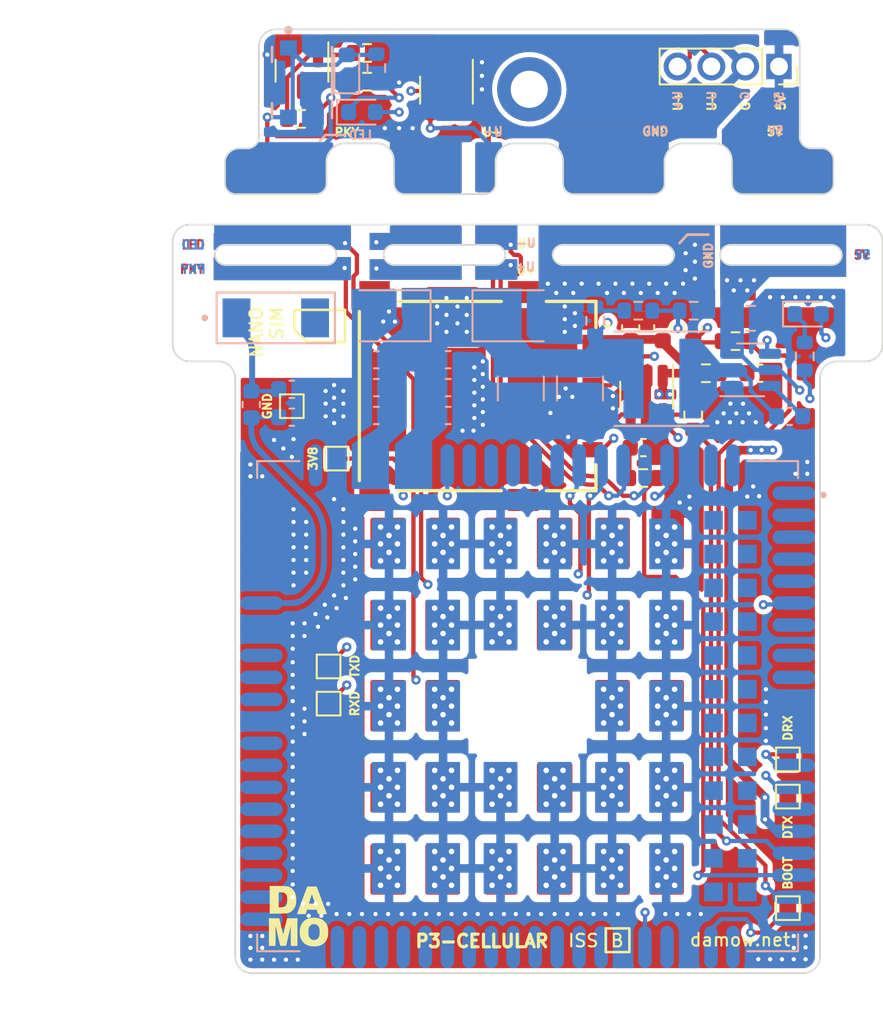
<source format=kicad_pcb>
(kicad_pcb (version 20211014) (generator pcbnew)
  (layers (0 "F.Cu" signal) (1 "In1.Cu" signal) (2 "In2.Cu" signal) (31 "B.Cu" signal) (34 "B.Paste" user) (35 "F.Paste" user) (36 "B.SilkS" user "B.Silkscreen") (37 "F.SilkS" user "F.Silkscreen") (38 "B.Mask" user) (39 "F.Mask" user) (44 "Edge.Cuts" user))
  (net 0 "")
  (net 1 "VBUS")
  (net 2 "GND")
  (net 3 "Net-(C2-Pad1)")
  (net 4 "/Power Supply/SW")
  (net 5 "+3V8")
  (net 6 "Net-(R1-Pad2)")
  (net 7 "Net-(R2-Pad2)")
  (net 8 "/Cellular Modem/USIM_VDD")
  (net 9 "Net-(C15-Pad1)")
  (net 10 "Net-(C16-Pad1)")
  (net 11 "Net-(C18-Pad1)")
  (net 14 "Net-(Q1-Pad1)")
  (net 15 "Net-(Q1-Pad3)")
  (net 16 "Net-(D2-Pad1)")
  (net 17 "/Cellular Modem/STAT_OD")
  (net 18 "/Cellular Modem/NET_STAT_DRV")
  (net 19 "Net-(D1-Pad1)")
  (net 20 "/Cellular Modem/USIM_RST")
  (net 21 "/Cellular Modem/USIM_CLK")
  (net 22 "/Cellular Modem/USIM_DATA")
  (net 23 "/USB Connector/USB_DP_RAW")
  (net 24 "/Cellular Modem/USB_DP")
  (net 25 "/USB Connector/USB_DN_RAW")
  (net 26 "/Cellular Modem/USB_DN")
  (net 33 "Net-(TP9-Pad1)")
  (net 34 "Net-(TP10-Pad1)")
  (net 37 "/Cellular Modem/PWRKEY")
  (net 60 "Net-(TP7-Pad1)")
  (net 61 "Net-(TP8-Pad1)")
  (net 62 "Net-(TP1-Pad1)")
  (net 85 "Net-(C14-Pad1)")
  (net 86 "Net-(C17-Pad1)")
  (footprint "Resistor_SMD:R_0603_1608Metric" (layer "F.Cu") (at 135.5 92.35 180)
    (fp_text reference "R7" hide)
    (fp_text value "1k" hide)
  )
  (footprint "Resistor_SMD:R_0603_1608Metric" (layer "F.Cu") (at 154.8 112.1 -90)
    (fp_text reference "R10" hide)
    (fp_text value "0R" hide)
  )
  (footprint "SIM8060-6-1-14-00-A:GCT_SIM8060-6-1-14-00-A" (layer "F.Cu") (at 142.045 110.95 -90)
    (fp_text reference "J2" hide)
    (fp_text value "SIM8060-6-1-14-00-A" hide)
  )
  (footprint "MountingHole:MountingHole_2.2mm_M2_DIN965_Pad" (layer "F.Cu") (at 145.1 92.8)
    (fp_text reference "REF**" hide)
    (fp_text value "MountingHole_2.2mm_M2_DIN965_Pad" hide)
  )
  (footprint "TestPoint:TestPoint_Pad_1.0x1.0mm" (layer "F.Cu") (at 133.225 129.15 90)
    (fp_text reference "TP8" hide)
    (fp_text value "RXD")
  )
  (footprint "Capacitor_SMD:C_0603_1608Metric" (layer "F.Cu") (at 151.1 106.9 90)
    (fp_text reference "C13" hide)
    (fp_text value "33pF" hide)
  )
  (footprint "TestPoint:TestPoint_Pad_1.0x1.0mm" (layer "F.Cu") (at 160.4 134.65 90)
    (fp_text reference "TP10" hide)
    (fp_text value "DTX")
  )
  (footprint "TestPoint:TestPoint_Pad_1.0x1.0mm" (layer "F.Cu") (at 160.4 132.45 90)
    (fp_text reference "TP9" hide)
    (fp_text value "DRX")
  )
  (footprint "Capacitor_SMD:C_0603_1608Metric" (layer "F.Cu") (at 151.85 114)
    (fp_text reference "C16" hide)
    (fp_text value "33pF" hide)
  )
  (footprint "TestPoint:TestPoint_Pad_1.0x1.0mm" (layer "F.Cu") (at 133.7 114.65)
    (fp_text reference "TP2" hide)
    (fp_text value "3V8")
  )
  (footprint "Capacitor_SMD:C_0603_1608Metric" (layer "F.Cu") (at 158.75 109.6)
    (fp_text reference "C18" hide)
    (fp_text value "33pF" hide)
  )
  (footprint "TestPoint:TestPoint_Pad_1.0x1.0mm" (layer "F.Cu") (at 133.225 126.95 90)
    (fp_text reference "TP7" hide)
    (fp_text value "TXD")
  )
  (footprint "Package_TO_SOT_SMD:SOT-23-6" (layer "F.Cu") (at 140.2 92.85 -90)
    (fp_text reference "U3" hide)
    (fp_text value "USBLC6-2SC6" hide)
  )
  (footprint "Resistor_SMD:R_0603_1608Metric" (layer "F.Cu") (at 151.85 115.8)
    (fp_text reference "R9" hide)
    (fp_text value "0R" hide)
  )
  (footprint "Resistor_SMD:R_0603_1608Metric" (layer "F.Cu") (at 157.3 107.7)
    (fp_text reference "R8" hide)
    (fp_text value "0R" hide)
  )
  (footprint "Resistor_SMD:R_0603_1608Metric" (layer "F.Cu") (at 155.55 109.6)
    (fp_text reference "R12" hide)
    (fp_text value "15k" hide)
  )
  (footprint "art:PogoPins" (layer "F.Cu") (at 156.875 91.45 -90)
    (fp_text reference "J4" hide)
    (fp_text value "Pogo Pins")
  )
  (footprint "TestPoint:TestPoint_Pad_1.0x1.0mm" (layer "F.Cu") (at 160.4 141.25 90)
    (fp_text reference "TP1" hide)
    (fp_text value "BOOT")
  )
  (footprint "Resistor_SMD:R_0603_1608Metric" (layer "F.Cu") (at 135.5 90.65 180)
    (fp_text reference "R6" hide)
    (fp_text value "4k7" hide)
  )
  (footprint "Resistor_SMD:R_0603_1608Metric" (layer "F.Cu") (at 131.6 94.55)
    (fp_text reference "R5" hide)
    (fp_text value "4k7" hide)
  )
  (footprint "Capacitor_SMD:C_0603_1608Metric" (layer "F.Cu") (at 154.8 106.9 90)
    (fp_text reference "C15" hide)
    (fp_text value "33pF" hide)
  )
  (footprint "LOGO" (layer "F.Cu") (at 131.396989 141.686966)
    (fp_text reference "G***" hide)
    (fp_text value "LOGO" hide)
  )
  (footprint "Package_TO_SOT_SMD:SOT-23" (layer "F.Cu") (at 131.65 91.7 -90)
    (fp_text reference "Q1" hide)
    (fp_text value "BC818" hide)
  )
  (footprint "TestPoint:TestPoint_Pad_1.0x1.0mm" (layer "F.Cu") (at 131.05 111.55 90)
    (fp_text reference "TP3" hide)
    (fp_text value "GND")
  )
  (footprint "Capacitor_SMD:C_0603_1608Metric" (layer "F.Cu") (at 153 106.9 90)
    (fp_text reference "C4" hide)
    (fp_text value "100nF" hide)
  )
  (footprint "Package_TO_SOT_SMD:SOT-23-6" (layer "F.Cu") (at 152.045 110.9 -90)
    (fp_text reference "D4" hide)
    (fp_text value "ESDA6V1BC6" hide)
  )
  (footprint "Resistor_SMD:R_0603_1608Metric" (layer "B.Cu") (at 154.825 105.9)
    (fp_text reference "R3" hide)
    (fp_text value "10k" hide)
  )
  (footprint "Capacitor_Tantalum_SMD:CP_EIA-3528-21_Kemet-B" (layer "B.Cu") (at 144.2 106.2)
    (fp_text reference "C9" hide)
    (fp_text value "100uF" hide)
  )
  (footprint "Inductor_SMD:L_0603_1608Metric" (layer "B.Cu") (at 128.65 111.45 -90)
    (fp_text reference "L2" hide)
    (fp_text value "0R" hide)
  )
  (footprint "NN02-201:XCVR_NN02-201" (layer "B.Cu") (at 130.1 106.325)
    (fp_text reference "E1" hide)
    (fp_text value "NN02-201" hide)
  )
  (footprint "Resistor_SMD:R_0603_1608Metric" (layer "B.Cu") (at 161.4 108.6 -90)
    (fp_text reference "R4" hide)
    (fp_text value "2k2" hide)
  )
  (footprint "Resistor_SMD:R_0603_1608Metric" (layer "B.Cu") (at 151.55 105.9)
    (fp_text reference "R2" hide)
    (fp_text value "36k5" hide)
  )
  (footprint "Inductor_SMD:L_Coilcraft_XAL5030" (layer "B.Cu") (at 152.925 109.925 180)
    (fp_text reference "L1")
    (fp_text value "2.2uH" hide)
  )
  (footprint "Capacitor_Tantalum_SMD:CP_EIA-3528-21_Kemet-B" (layer "B.Cu") (at 136.8 106.2 180)
    (fp_text reference "C5" hide)
    (fp_text value "100uF" hide)
  )
  (footprint "Capacitor_SMD:C_0603_1608Metric" (layer "B.Cu") (at 140.3 110.45)
    (fp_text reference "C11" hide)
    (fp_text value "33pF" hide)
  )
  (footprint "Capacitor_SMD:C_0603_1608Metric" (layer "B.Cu") (at 140.3 112.1)
    (fp_text reference "C10" hide)
    (fp_text value "100nF" hide)
  )
  (footprint "Resistor_SMD:R_0603_1608Metric" (layer "B.Cu") (at 149 106.5 90)
    (fp_text reference "R1" hide)
    (fp_text value "0R" hide)
  )
  (footprint "Capacitor_SMD:C_0603_1608Metric" (layer "B.Cu") (at 136.05 110.45 180)
    (fp_text reference "C7" hide)
    (fp_text value "33pF" hide)
  )
  (footprint "Capacitor_SMD:C_0603_1608Metric" (layer "B.Cu") (at 131.05 112.2)
    (fp_text reference "C17" hide)
    (fp_text value "DNF" hide)
  )
  (footprint "Capacitor_SMD:C_0805_2012Metric" (layer "B.Cu") (at 158.2 106.35)
    (fp_text reference "C1" hide)
    (fp_text value "10uF" hide)
  )
  (footprint "Capacitor_SMD:C_0603_1608Metric" (layer "B.Cu") (at 136.05 112.1 180)
    (fp_text reference "C8" hide)
    (fp_text value "10pF" hide)
  )
  (footprint "Capacitor_SMD:C_1210_3225Metric" (layer "B.Cu") (at 148.1 110.5 -90)
    (fp_text reference "C3" hide)
    (fp_text value "22uF" hide)
  )
  (footprint "LED_SMD:LED_0603_1608Metric" (layer "B.Cu") (at 161.6 106.1)
    (fp_text reference "D2" hide)
    (fp_text value "LED" hide)
  )
  (footprint "Capacitor_SMD:C_0603_1608Metric" (layer "B.Cu") (at 140.3 108.8)
    (fp_text reference "C12" hide)
    (fp_text value "10pF" hide)
  )
  (footprint "Capacitor_SMD:C_1210_3225Metric" (layer "B.Cu") (at 144.6 110.5 -90)
    (fp_text reference "C19" hide)
    (fp_text value "22uF" hide)
  )
  (footprint "KMR221GLFS:CK-KMR221GLFS-MFG" (layer "B.Cu") (at 131.65 92.4 -90)
    (fp_text reference "SW1")
    (fp_text value "KMR221GLFS" hide)
  )
  (footprint "Capacitor_SMD:C_0603_1608Metric" (layer "B.Cu") (at 136.05 108.8 180)
    (fp_text reference "C6" hide)
    (fp_text value "100nF" hide)
  )
  (footprint "Capacitor_SMD:C_0603_1608Metric" (layer "B.Cu") (at 131.05 110.55)
    (fp_text reference "C14" hide)
    (fp_text value "DNF" hide)
  )
  (footprint "EG25G:XCVR_EG25G" (layer "B.Cu") (at 145 129.3 180)
    (fp_text reference "U2" hide)
    (fp_text value "EG25G")
  )
  (footprint "Resistor_SMD:R_0603_1608Metric" (layer "B.Cu") (at 136.05 91.55 -90)
    (fp_text reference "R15" hide)
    (fp_text value "DNF" hide)
  )
  (footprint "Diode_SMD:D_0603_1608Metric" (layer "B.Cu") (at 134.3 91.55 90)
    (fp_text reference "D3" hide)
    (fp_text value "ESD9B3.3ST5G" hide)
  )
  (footprint "LED_SMD:LED_0603_1608Metric" (layer "B.Cu") (at 135.2 94.15)
    (fp_text reference "D1" hide)
    (fp_text value "LED" hide)
  )
  (footprint "Package_TO_SOT_SMD:TSOT-23-6" (layer "B.Cu") (at 158.2 109.4)
    (fp_text reference "U1" hide)
    (fp_text value "AP62301WU7" hide)
  )
  (footprint "Capacitor_SMD:C_0603_1608Metric" (layer "B.Cu") (at 160.5 112.15 180)
    (fp_text reference "C2" hide)
    (fp_text value "100nF" hide)
  )
  (gr_line (start 155.7 101.4) (end 154.45 101.4) (layer "B.SilkS") (width 0.15))
  (gr_line (start 134.15 95.5) (end 133.05 95.5) (layer "B.SilkS") (width 0.15))
  (gr_line (start 154.45 101.4) (end 154 101.9) (layer "B.SilkS") (width 0.15))
  (gr_line (start 133.05 95.5) (end 132.7 95.85) (layer "B.SilkS") (width 0.15))
  (gr_line (start 134.2 107.75) (end 134.2 105.85) (layer "F.SilkS") (width 0.15))
  (gr_rect (start 149.625 142.45) (end 151.025 143.85) (layer "F.SilkS") (width 0.15) (fill none))
  (gr_line (start 131.975 107.75) (end 134.2 107.75) (layer "F.SilkS") (width 0.15))
  (gr_line (start 155.7 101.4) (end 154.45 101.4) (layer "F.SilkS") (width 0.15))
  (gr_line (start 154.45 101.4) (end 154 101.9) (layer "F.SilkS") (width 0.15))
  (gr_line (start 131.2 105.85) (end 131.2 107.025) (layer "F.SilkS") (width 0.15))
  (gr_line (start 134.2 105.85) (end 131.2 105.85) (layer "F.SilkS") (width 0.15))
  (gr_line (start 131.975 107.75) (end 131.225 107.05) (layer "F.SilkS") (width 0.15))
  (gr_arc (start 163 102) (mid 163.415486 102.184514) (end 163.6 102.6) (layer "Edge.Cuts") (width 0.1))
  (gr_line (start 163.3 108.9) (end 164.992893 108.9) (layer "Edge.Cuts") (width 0.1))
  (gr_arc (start 129.096447 95.536296) (mid 128.923404 96.080344) (end 128.396447 96.3) (layer "Edge.Cuts") (width 0.1))
  (gr_arc (start 137.7 99) (mid 137.284514 98.815486) (end 137.1 98.4) (layer "Edge.Cuts") (width 0.1))
  (gr_line (start 153.081282 103.2) (end 147.081282 103.2) (layer "Edge.Cuts") (width 0.1))
  (gr_line (start 166 101.807107) (end 166 107.907107) (layer "Edge.Cuts") (width 0.1))
  (gr_line (start 126.7 108.9) (end 125.007125 108.899267) (layer "Edge.Cuts") (width 0.1))
  (gr_line (start 125 100.807107) (end 126.1 100.807107) (layer "Edge.Cuts") (width 0.1))
  (gr_arc (start 153.681282 102.6) (mid 153.505546 103.024264) (end 153.081282 103.2) (layer "Edge.Cuts") (width 0.1))
  (gr_arc (start 157 103.2) (mid 156.584514 103.015486) (end 156.4 102.6) (layer "Edge.Cuts") (width 0.1))
  (gr_line (start 132.5 99) (end 127.7 99) (layer "Edge.Cuts") (width 0.1))
  (gr_arc (start 156.192893 96) (mid 156.830696 96.330977) (end 157.092893 97) (layer "Edge.Cuts") (width 0.1))
  (gr_line (start 143.1 98.4) (end 143.1 97) (layer "Edge.Cuts") (width 0.1))
  (gr_line (start 147.1 97) (end 147.1 98.4) (layer "Edge.Cuts") (width 0.1))
  (gr_line (start 126.1 100.807107) (end 165 100.807107) (layer "Edge.Cuts") (width 0.1))
  (gr_arc (start 153.081282 102) (mid 153.496768 102.184514) (end 153.681282 102.6) (layer "Edge.Cuts") (width 0.1))
  (gr_arc (start 157.7 99) (mid 157.284514 98.815486) (end 157.1 98.4) (layer "Edge.Cuts") (width 0.1))
  (gr_arc (start 153.1 98.4) (mid 152.915486 98.815486) (end 152.5 99) (layer "Edge.Cuts") (width 0.1))
  (gr_arc (start 128.7 145.1) (mid 127.992893 144.807107) (end 127.7 144.1) (layer "Edge.Cuts") (width 0.1))
  (gr_arc (start 133.1 98.4) (mid 132.915486 98.815486) (end 132.5 99) (layer "Edge.Cuts") (width 0.1))
  (gr_arc (start 143.681282 102.6) (mid 143.505546 103.024264) (end 143.081282 103.2) (layer "Edge.Cuts") (width 0.1))
  (gr_line (start 161.8 96.3) (end 162.3 96.3) (layer "Edge.Cuts") (width 0.1))
  (gr_arc (start 153.092893 97) (mid 153.419947 96.327054) (end 154.092893 96) (layer "Edge.Cuts") (width 0.1))
  (gr_arc (start 161.8 96.3) (mid 161.273043 96.080344) (end 161.1 95.536296) (layer "Edge.Cuts") (width 0.1))
  (gr_line (start 129.103554 90.25) (end 129.096447 95.536296) (layer "Edge.Cuts") (width 0.1))
  (gr_line (start 127.7 144.1) (end 127.7 109.9) (layer "Edge.Cuts") (width 0.1))
  (gr_arc (start 133.1 102) (mid 133.515486 102.184514) (end 133.7 102.6) (layer "Edge.Cuts") (width 0.1))
  (gr_arc (start 147.7 99) (mid 147.284514 98.815486) (end 147.1 98.4) (layer "Edge.Cuts") (width 0.1))
  (gr_line (start 124 107.909306) (end 124 101.807107) (layer "Edge.Cuts") (width 0.1))
  (gr_arc (start 166 107.907107) (mid 165.700018 108.610039) (end 164.992893 108.9) (layer "Edge.Cuts") (width 0.1))
  (gr_arc (start 136.481282 102.6) (mid 136.657018 102.175736) (end 137.081282 102) (layer "Edge.Cuts") (width 0.1))
  (gr_line (start 130.1 89.25) (end 160.262197 89.25) (layer "Edge.Cuts") (width 0.1))
  (gr_line (start 146.192893 96) (end 144.092893 96) (layer "Edge.Cuts") (width 0.1))
  (gr_line (start 162.5 99) (end 157.7 99) (layer "Edge.Cuts") (width 0.1))
  (gr_line (start 154.092893 96) (end 156.192893 96) (layer "Edge.Cuts") (width 0.1))
  (gr_line (start 147.081282 102) (end 153.081282 102) (layer "Edge.Cuts") (width 0.1))
  (gr_line (start 137.081282 102) (end 143.081282 102) (layer "Edge.Cuts") (width 0.1))
  (gr_line (start 127.1 102) (end 133.1 102) (layer "Edge.Cuts") (width 0.1))
  (gr_arc (start 127.1 103.2) (mid 126.684514 103.015486) (end 126.5 102.6) (layer "Edge.Cuts") (width 0.1))
  (gr_arc (start 147.081282 103.2) (mid 146.665796 103.015486) (end 146.481282 102.6) (layer "Edge.Cuts") (width 0.1))
  (gr_line (start 152.5 99) (end 147.7 99) (layer "Edge.Cuts") (width 0.1))
  (gr_line (start 143.081282 103.2) (end 137.081282 103.2) (layer "Edge.Cuts") (width 0.1))
  (gr_arc (start 137.081282 103.2) (mid 136.665796 103.015486) (end 136.481282 102.6) (layer "Edge.Cuts") (width 0.1))
  (gr_line (start 137.092893 97) (end 137.1 98.4) (layer "Edge.Cuts") (width 0.1))
  (gr_arc (start 127.1 97) (mid 127.377714 96.515511) (end 127.892893 96.3) (layer "Edge.Cuts") (width 0.1))
  (gr_arc (start 124 101.807107) (mid 124.297043 101.10415) (end 125 100.807107) (layer "Edge.Cuts") (width 0.1))
  (gr_line (start 136.192893 96) (end 134.092893 96) (layer "Edge.Cuts") (width 0.1))
  (gr_arc (start 160.262197 89.25) (mid 160.879081 89.58413) (end 161.1 90.25) (layer "Edge.Cuts") (width 0.1))
  (gr_line (start 133.1 98.4) (end 133.092893 97) (layer "Edge.Cuts") (width 0.1))
  (gr_arc (start 129.103554 90.25) (mid 129.397494 89.546443) (end 130.1 89.25) (layer "Edge.Cuts") (width 0.1))
  (gr_line (start 157.092893 97) (end 157.1 98.4) (layer "Edge.Cuts") (width 0.1))
  (gr_arc (start 156.4 102.6) (mid 156.575736 102.175736) (end 157 102) (layer "Edge.Cuts") (width 0.1))
  (gr_arc (start 163.1 98.4) (mid 162.915486 98.815486) (end 162.5 99) (layer "Edge.Cuts") (width 0.1))
  (gr_line (start 127.892893 96.3) (end 128.396447 96.3) (layer "Edge.Cuts") (width 0.1))
  (gr_arc (start 162.3 109.9) (mid 162.592893 109.192893) (end 163.3 108.9) (layer "Edge.Cuts") (width 0.1))
  (gr_arc (start 163.6 102.6) (mid 163.424264 103.024264) (end 163 103.2) (layer "Edge.Cuts") (width 0.1))
  (gr_line (start 163 103.2) (end 157 103.2) (layer "Edge.Cuts") (width 0.1))
  (gr_arc (start 146.192893 96) (mid 146.833132 96.330656) (end 147.1 97) (layer "Edge.Cuts") (width 0.1))
  (gr_line (start 162.3 109.9) (end 162.3 144.1) (layer "Edge.Cuts") (width 0.1))
  (gr_arc (start 162.3 96.3) (mid 162.855832 96.471906) (end 163.1 97) (layer "Edge.Cuts") (width 0.1))
  (gr_line (start 161.1 95.536296) (end 161.1 90.25) (layer "Edge.Cuts") (width 0.1))
  (gr_line (start 153.1 98.4) (end 153.092893 97) (layer "Edge.Cuts") (width 0.1))
  (gr_line (start 157 102) (end 163 102) (layer "Edge.Cuts") (width 0.1))
  (gr_arc (start 146.481282 102.6) (mid 146.657018 102.175736) (end 147.081282 102) (layer "Edge.Cuts") (width 0.1))
  (gr_arc (start 136.192893 96) (mid 136.830696 96.330977) (end 137.092893 97) (layer "Edge.Cuts") (width 0.1))
  (gr_arc (start 125.007125 108.899267) (mid 124.301021 108.610339) (end 124 107.909306) (layer "Edge.Cuts") (width 0.1))
  (gr_arc (start 126.7 108.9) (mid 127.407107 109.192893) (end 127.7 109.9) (layer "Edge.Cuts") (width 0.1))
  (gr_line (start 133.1 103.2) (end 127.1 103.2) (layer "Edge.Cuts") (width 0.1))
  (gr_arc (start 133.092893 97) (mid 133.419947 96.327054) (end 134.092893 96) (layer "Edge.Cuts") (width 0.1))
  (gr_arc (start 162.3 144.1) (mid 162.007107 144.807107) (end 161.3 145.1) (layer "Edge.Cuts") (width 0.1))
  (gr_arc (start 143.1 97) (mid 143.422501 96.327291) (end 144.092893 96) (layer "Edge.Cuts") (width 0.1))
  (gr_line (start 127.1 97) (end 127.1 98.4) (layer "Edge.Cuts") (width 0.1))
  (gr_arc (start 133.7 102.6) (mid 133.524264 103.024264) (end 133.1 103.2) (layer "Edge.Cuts") (width 0.1))
  (gr_line (start 163.1 98.4) (end 163.1 97) (layer "Edge.Cuts") (width 0.1))
  (gr_arc (start 126.5 102.6) (mid 126.675736 102.175736) (end 127.1 102) (layer "Edge.Cuts") (width 0.1))
  (gr_arc (start 143.1 98.4) (mid 142.915486 98.815486) (end 142.5 99) (layer "Edge.Cuts") (width 0.1))
  (gr_arc (start 165 100.807107) (mid 165.707107 101.1) (end 166 101.807107) (layer "Edge.Cuts") (width 0.1))
  (gr_arc (start 143.081282 102) (mid 143.496768 102.184514) (end 143.681282 102.6) (layer "Edge.Cuts") (width 0.1))
  (gr_arc (start 127.7 99) (mid 127.284514 98.815486) (end 127.1 98.4) (layer "Edge.Cuts") (width 0.1))
  (gr_line (start 142.5 99) (end 137.7 99) (layer "Edge.Cuts") (width 0.1))
  (gr_line (start 128.7 145.1) (end 161.3 145.1) (layer "Edge.Cuts") (width 0.1))
  (gr_text "5V" (at 165.3 102.6) (layer "F.Cu") (effects (font (size 0.5 0.5) (thickness 0.125)) (justify right)))
  (gr_text "PKY" (at 125.95 103.45) (layer "F.Cu") (effects (font (size 0.5 0.5) (thickness 0.125)) (justify right)))
  (gr_text "LED" (at 125.975 102) (layer "F.Cu") (effects (font (size 0.5 0.5) (thickness 0.125)) (justify right)))
  (gr_text "5V" (at 164.3 102.6) (layer "B.Cu") (effects (font (size 0.5 0.5) (thickness 0.125)) (justify right mirror)))
  (gr_text "LED" (at 124.45 102) (layer "B.Cu") (effects (font (size 0.5 0.5) (thickness 0.125)) (justify right mirror)))
  (gr_text "PKY" (at 124.425 103.45) (layer "B.Cu") (effects (font (size 0.5 0.5) (thickness 0.125)) (justify right mirror)))
  (gr_text "5V" (at 159.15 95.25) (layer "B.SilkS") (effects (font (size 0.5 0.5) (thickness 0.125)) (justify right mirror)))
  (gr_text "U-" (at 155.9 94.125 90) (layer "B.SilkS") (effects (font (size 0.5 0.5) (thickness 0.125)) (justify right mirror)))
  (gr_text "GND" (at 151.725 95.275) (layer "B.SilkS") (effects (font (size 0.5 0.5) (thickness 0.125)) (justify right mirror)))
  (gr_text "U-" (at 144.25 101.9) (layer "B.SilkS") (effects (font (size 0.5 0.5) (thickness 0.125)) (justify right mirror)))
  (gr_text "G" (at 157.875 93.5 90) (layer "B.SilkS") (effects (font (size 0.5 0.5) (thickness 0.125)) (justify right mirror)))
  (gr_text "U-" (at 142.3 95.3) (layer "B.SilkS") (effects (font (size 0.5 0.5) (thickness 0.125)) (justify right mirror)))
  (gr_text "LED" (at 134.35 95.5) (layer "B.SilkS") (effects (font (size 0.5 0.5) (thickness 0.125)) (justify right mirror)))
  (gr_text "GND" (at 155.65 101.8 -90) (layer "B.SilkS") (effects (font (size 0.5 0.5) (thickness 0.125)) (justify right mirror)))
  (gr_text "U+" (at 153.875 94.125 90) (layer "B.SilkS") (effects (font (size 0.5 0.5) (thickness 0.125)) (justify right mirror)))
  (gr_text "5V" (at 159.9 93.925 90) (layer "B.SilkS") (effects (font (size 0.5 0.5) (thickness 0.125)) (justify right mirror)))
  (gr_text "U+" (at 144.2 103.3) (layer "B.SilkS") (effects (font (size 0.5 0.5) (thickness 0.125)) (justify right mirror)))
  (gr_text "G" (at 157.9 93.475 90) (layer "F.SilkS") (effects (font (size 0.5 0.5) (thickness 0.125)) (justify right)))
  (gr_text "GND" (at 155.7 101.8 90) (layer "F.SilkS") (effects (font (size 0.5 0.5) (thickness 0.125)) (justify right)))
  (gr_text "GND" (at 153.4 95.3) (layer "F.SilkS") (effects (font (size 0.5 0.5) (thickness 0.125)) (justify right)))
  (gr_text "NANO\nSIM" (at 129.55 105.6 90) (layer "F.SilkS") (effects (font (size 0.75 0.75) (thickness 0.12)) (justify right)))
  (gr_text "damow.net" (at 157.575 143.125) (layer "F.SilkS") (effects (font (size 0.75 0.75) (thickness 0.12))))
  (gr_text "U-" (at 145.625 101.925) (layer "F.SilkS") (effects (font (size 0.5 0.5) (thickness 0.125)) (justify right)))
  (gr_text "PKY" (at 135.1 95.35) (layer "F.SilkS") (effects (font (size 0.5 0.5) (thickness 0.125)) (justify right)))
  (gr_text "U+" (at 153.9 92.85 90) (layer "F.SilkS") (effects (font (size 0.5 0.5) (thickness 0.125)) (justify right)))
  (gr_text "U+" (at 145.6 103.5) (layer "F.SilkS") (effects (font (size 0.5 0.5) (thickness 0.125)) (justify right)))
  (gr_text "P3-CELLULAR" (at 142.3 143.2) (layer "F.SilkS") (effects (font (size 0.75 0.75) (thickness 0.1875))))
  (gr_text "5V" (at 160 93.05 90) (layer "F.SilkS") (effects (font (size 0.5 0.5) (thickness 0.125)) (justify right)))
  (gr_text "5V" (at 160.15 95.3) (layer "F.SilkS") (effects (font (size 0.5 0.5) (thickness 0.125)) (justify right)))
  (gr_text "B" (at 150.3 143.175) (layer "F.SilkS") (effects (font (size 0.75 0.75) (thickness 0.12))))
  (gr_text "ISS" (at 148.3 143.175) (layer "F.SilkS") (effects (font (size 0.75 0.75) (thickness 0.12))))
  (gr_text "U+" (at 143.575 95.325) (layer "F.SilkS") (effects (font (size 0.5 0.5) (thickness 0.125)) (justify right)))
  (gr_text "U-" (at 155.9 92.85 90) (layer "F.SilkS") (effects (font (size 0.5 0.5) (thickness 0.125)) (justify right)))
  (segment (start 140.2 93.9875) (end 140.2 93.601099) (width 0.254) (layer "F.Cu") (net 1))
  (segment (start 140.2 93.601099) (end 139.498901 92.9) (width 0.254) (layer "F.Cu") (net 1))
  (segment (start 139.498901 92.9) (end 138.1 92.9) (width 0.254) (layer "F.Cu") (net 1))
  (via (at 156.8 104.1) (size 0.55) (drill 0.25) (layers "F.Cu" "B.Cu") (net 1))
  (via (at 158.4 104.1) (size 0.55) (drill 0.25) (layers "F.Cu" "B.Cu") (net 1))
  (via (at 157.2 104.7) (size 0.55) (drill 0.25) (layers "F.Cu" "B.Cu") (net 1))
  (via (at 138.1 92.9) (size 0.55) (drill 0.25) (layers "F.Cu" "B.Cu") (net 1))
  (via (at 161.1015 110.6) (size 0.55) (drill 0.25) (layers "F.Cu" "B.Cu") (net 1))
  (via (at 158 104.7) (size 0.55) (drill 0.25) (layers "F.Cu" "B.Cu") (net 1))
  (via (at 137.4 94.15) (size 0.55) (drill 0.25) (layers "F.Cu" "B.Cu") (net 1))
  (via (at 152.525008 116.875008) (size 0.55) (drill 0.25) (layers "F.Cu" "B.Cu") (net 1))
  (via (at 157.6 104.1) (size 0.55) (drill 0.25) (layers "F.Cu" "B.Cu") (net 1))
  (segment (start 135.8375 94.15) (end 137.4 94.15) (width 0.254) (layer "B.Cu") (net 1))
  (segment (start 161.1015 110.6) (end 159.9015 109.4) (width 0.254) (layer "B.Cu") (net 1))
  (segment (start 158.5125 109.4) (end 157.6125 108.5) (width 0.254) (layer "B.Cu") (net 1))
  (segment (start 159.9015 109.4) (end 158.5125 109.4) (width 0.254) (layer "B.Cu") (net 1))
  (segment (start 153.25 116.15) (end 153.25 116.4) (width 0.254) (layer "B.Cu") (net 1))
  (segment (start 153.25 116.4) (end 152.774992 116.875008) (width 0.254) (layer "B.Cu") (net 1))
  (segment (start 152.774992 116.875008) (end 152.525008 116.875008) (width 0.254) (layer "B.Cu") (net 1))
  (segment (start 152.045 109.7625) (end 152.045 112.0375) (width 0.512) (layer "F.Cu") (net 2))
  (segment (start 152.045 113.42) (end 152.625 114) (width 0.512) (layer "F.Cu") (net 2))
  (segment (start 152.045 112.0375) (end 152.045 113.42) (width 0.512) (layer "F.Cu") (net 2))
  (via (at 152.7 104.85) (size 0.55) (drill 0.25) (layers "F.Cu" "B.Cu") (net 2))
  (via (at 149.5 120.7) (size 0.686) (drill 0.33) (layers "F.Cu" "B.Cu") (net 2))
  (via (at 147.1 118.7) (size 0.686) (drill 0.33) (layers "F.Cu" "B.Cu") (net 2))
  (via (at 131.1 124.4) (size 0.55) (drill 0.25) (layers "F.Cu" "B.Cu") (net 2))
  (via (at 131.15 121.4) (size 0.55) (drill 0.25) (layers "F.Cu" "B.Cu") (net 2))
  (via (at 137.3 128.3) (size 0.686) (drill 0.33) (layers "F.Cu" "B.Cu") (net 2))
  (via (at 152.7 128.3) (size 0.686) (drill 0.33) (layers "F.Cu" "B.Cu") (net 2))
  (via (at 142.3 91.2) (size 0.55) (drill 0.25) (layers "F.Cu" "B.Cu") (net 2))
  (via (at 147.7 104.85) (size 0.55) (drill 0.25) (layers "F.Cu" "B.Cu") (net 2))
  (via (at 147.1 120.7) (size 0.686) (drill 0.33) (layers "F.Cu" "B.Cu") (net 2))
  (via (at 150.5 124.5) (size 0.686) (drill 0.33) (layers "F.Cu" "B.Cu") (net 2))
  (via (at 153.7 138.9) (size 0.686) (drill 0.33) (layers "F.Cu" "B.Cu") (net 2))
  (via (at 142.9 123.5) (size 0.686) (drill 0.33) (layers "F.Cu" "B.Cu") (net 2))
  (via (at 133.05 110.65) (size 0.55) (drill 0.25) (layers "F.Cu" "B.Cu") (net 2))
  (via (at 147.1 125.5) (size 0.686) (drill 0.33) (layers "F.Cu" "B.Cu") (net 2))
  (via (at 147.1 138.9) (size 0.686) (drill 0.33) (layers "F.Cu" "B.Cu") (net 2))
  (via (at 153.2 133.6) (size 0.686) (drill 0.33) (layers "F.Cu" "B.Cu") (net 2))
  (via (at 143.6 141.6) (size 0.55) (drill 0.25) (layers "F.Cu" "B.Cu") (net 2))
  (via (at 158 116.9) (size 0.55) (drill 0.25) (layers "F.Cu" "B.Cu") (net 2))
  (via (at 136.3 118.7) (size 0.686) (drill 0.33) (layers "F.Cu" "B.Cu") (net 2))
  (via (at 159.1 129.8) (size 0.55) (drill 0.25) (layers "F.Cu" "B.Cu") (net 2))
  (via (at 150.5 137.9) (size 0.686) (drill 0.33) (layers "F.Cu" "B.Cu") (net 2))
  (via (at 153.7 120.7) (size 0.686) (drill 0.33) (layers "F.Cu" "B.Cu") (net 2))
  (via (at 133.7 141.6) (size 0.55) (drill 0.25) (layers "F.Cu" "B.Cu") (net 2))
  (via (at 142.3 92) (size 0.55) (drill 0.25) (layers "F.Cu" "B.Cu") (net 2))
  (via (at 161.6 105.1) (size 0.55) (drill 0.25) (layers "F.Cu" "B.Cu") (net 2))
  (via (at 150 133.6) (size 0.686) (drill 0.33) (layers "F.Cu" "B.Cu") (net 2))
  (via (at 152.7 134.1) (size 0.686) (drill 0.33) (layers "F.Cu" "B.Cu") (net 2))
  (via (at 158.5 112.5) (size 0.55) (drill 0.25) (layers "F.Cu" "B.Cu") (net 2))
  (via (at 150 120.2) (size 0.686) (drill 0.33) (layers "F.Cu" "B.Cu") (net 2))
  (via (at 142.9 125.5) (size 0.686) (drill 0.33) (layers "F.Cu" "B.Cu") (net 2))
  (via (at 152.7 120.7) (size 0.686) (drill 0.33) (layers "F.Cu" "B.Cu") (net 2))
  (via (at 149.5 119.7) (size 0.686) (drill 0.33) (layers "F.Cu" "B.Cu") (net 2))
  (via (at 149.5 135.1) (size 0.686) (drill 0.33) (layers "F.Cu" "B.Cu") (net 2))
  (via (at 146.6 133.6) (size 0.686) (drill 0.33) (layers "F.Cu" "B.Cu") (net 2))
  (via (at 150.5 138.9) (size 0.686) (drill 0.33) (layers "F.Cu" "B.Cu") (net 2))
  (via (at 147.1 139.9) (size 0.686) (drill 0.33) (layers "F.Cu" "B.Cu") (net 2))
  (via (at 150.5 118.7) (size 0.686) (drill 0.33) (layers "F.Cu" "B.Cu") (net 2))
  (via (at 153.7 125.5) (size 0.686) (drill 0.33) (layers "F.Cu" "B.Cu") (net 2))
  (via (at 134.8 121.8) (size 0.55) (drill 0.25) (layers "F.Cu" "B.Cu") (net 2))
  (via (at 150.2 104.3) (size 0.55) (drill 0.25) (layers "F.Cu" "B.Cu") (net 2))
  (via (at 152.7 139.9) (size 0.686) (drill 0.33) (layers "F.Cu" "B.Cu") (net 2))
  (via (at 146.1 135.1) (size 0.686) (drill 0.33) (layers "F.Cu" "B.Cu") (net 2))
  (via (at 131.15 120.65) (size 0.55) (drill 0.25) (layers "F.Cu" "B.Cu") (net 2))
  (via (at 136.55 95.1) (size 0.55) (drill 0.25) (layers "F.Cu" "B.Cu") (net 2))
  (via (at 157 111.4) (size 0.55) (drill 0.25) (layers "F.Cu" "B.Cu") (net 2))
  (via (at 128.6 115.7) (size 0.55) (drill 0.25) (layers "F.Cu" "B.Cu") (net 2))
  (via (at 140 125) (size 0.686) (drill 0.33) (layers "F.Cu" "B.Cu") (net 2))
  (via (at 139.5 120.7) (size 0.686) (drill 0.33) (layers "F.Cu" "B.Cu") (net 2))
  (via (at 150.5 128.3) (size 0.686) (drill 0.33) (layers "F.Cu" "B.Cu") (net 2))
  (via (at 149.2 104.3) (size 0.55) (drill 0.25) (layers "F.Cu" "B.Cu") (net 2))
  (via (at 149.5 139.9) (size 0.686) (drill 0.33) (layers "F.Cu" "B.Cu") (net 2))
  (via (at 136.8 124) (size 0.686) (drill 0.33) (layers "F.Cu" "B.Cu") (net 2))
  (via (at 132.8 141.7) (size 0.55) (drill 0.25) (layers "F.Cu" "B.Cu") (net 2))
  (via (at 142.35 111.9) (size 0.55) (drill 0.25) (layers "F.Cu" "B.Cu") (net 2))
  (via (at 159.1 129.05) (size 0.55) (drill 0.25) (layers "F.Cu" "B.Cu") (net 2))
  (via (at 140.5 118.7) (size 0.686) (drill 0.33) (layers "F.Cu" "B.Cu") (net 2))
  (via (at 136.05 103.4) (size 0.55) (drill 0.25) (layers "F.Cu" "B.Cu") (net 2))
  (via (at 140 120.2) (size 0.686) (drill 0.33) (layers "F.Cu" "B.Cu") (net 2))
  (via (at 133.7 123.5) (size 0.55) (drill 0.25) (layers "F.Cu" "B.Cu") (net 2))
  (via (at 156.225 112.5) (size 0.55) (drill 0.25) (layers "F.Cu" "B.Cu") (net 2))
  (via (at 153.7 129.3) (size 0.686) (drill 0.33) (layers "F.Cu" "B.Cu") (net 2))
  (via (at 141.85 110) (size 0.55) (drill 0.25) (layers "F.Cu" "B.Cu") (net 2))
  (via (at 150 119.2) (size 0.686) (drill 0.33) (layers "F.Cu" "B.Cu") (net 2))
  (via (at 131.7 141) (size 0.55) (drill 0.25) (layers "F.Cu" "B.Cu") (net 2))
  (via (at 146.6 124) (size 0.686) (drill 0.33) (layers "F.Cu" "B.Cu") (net 2))
  (via (at 143.4 139.4) (size 0.686) (drill 0.33) (layers "F.Cu" "B.Cu") (net 2))
  (via (at 143.4 134.6) (size 0.686) (drill 0.33) (layers "F.Cu" "B.Cu") (net 2))
  (via (at 143.9 125.5) (size 0.686) (drill 0.33) (layers "F.Cu" "B.Cu") (net 2))
  (via (at 149.5 137.9) (size 0.686) (drill 0.33) (layers "F.Cu" "B.Cu") (net 2))
  (via (at 130 144.3) (size 0.55) (drill 0.25) (layers "F.Cu" "B.Cu") (net 2))
  (via (at 146.6 120.2) (size 0.686) (drill 0.33) (layers "F.Cu" "B.Cu") (net 2))
  (via (at 153.7 137.9) (size 0.686) (drill 0.33) (layers "F.Cu" "B.Cu") (net 2))
  (via (at 149.7 104.85) (size 0.55) (drill 0.25) (layers "F.Cu" "B.Cu") (net 2))
  (via (at 131.15 122.15) (size 0.55) (drill 0.25) (layers "F.Cu" "B.Cu") (net 2))
  (via (at 148.15 141.6) (size 0.55) (drill 0.25) (layers "F.Cu" "B.Cu") (net 2))
  (via (at 157.35 111.975) (size 0.55) (drill 0.25) (layers "F.Cu" "B.Cu") (net 2))
  (via (at 129.3 144.3) (size 0.55) (drill 0.25) (layers "F.Cu" "B.Cu") (net 2))
  (via (at 152.7 135.1) (size 0.686) (drill 0.33) (layers "F.Cu" "B.Cu") (net 2))
  (via (at 153.7 104.85) (size 0.55) (drill 0.25) (layers "F.Cu" "B.Cu") (net 2))
  (via (at 150 125) (size 0.686) (drill 0.33) (layers "F.Cu" "B.Cu") (net 2))
  (via (at 136.458814 106.541186) (size 0.55) (drill 0.25) (layers "F.Cu" "B.Cu") (net 2))
  (via (at 143.9 138.9) (size 0.686) (drill 0.33) (layers "F.Cu" "B.Cu") (net 2))
  (via (at 150.5 123.5) (size 0.686) (drill 0.33) (layers "F.Cu" "B.Cu") (net 2))
  (via (at 152.7 119.7) (size 0.686) (drill 0.33) (layers "F.Cu" "B.Cu") (net 2))
  (via (at 147.1 124.5) (size 0.686) (drill 0.33) (layers "F.Cu" "B.Cu") (net 2))
  (via (at 154.575 116.9) (size 0.55) (drill 0.25) (layers "F.Cu" "B.Cu") (net 2))
  (via (at 140 139.4) (size 0.686) (drill 0.33) (layers "F.Cu" "B.Cu") (net 2))
  (via (at 150.5 133.1) (size 0.686) (drill 0.33) (layers "F.Cu" "B.Cu") (net 2))
  (via (at 150.5 129.3) (size 0.686) (drill 0.33) (layers "F.Cu" "B.Cu") (net 2))
  (via (at 153.2 128.8) (size 0.686) (drill 0.33) (layers "F.Cu" "B.Cu") (net 2))
  (via (at 137.3 120.7) (size 0.686) (drill 0.33) (layers "F.Cu" "B.Cu") (net 2))
  (via (at 136.3 137.9) (size 0.686) (drill 0.33) (layers "F.Cu" "B.Cu") (net 2))
  (via (at 159.1 128.3) (size 0.55) (drill 0.25) (layers "F.Cu" "B.Cu") (net 2))
  (via (at 131.8 124.4) (size 0.55) (drill 0.25) (layers "F.Cu" "B.Cu") (net 2))
  (via (at 154.2 104.3) (size 0.55) (drill 0.25) (layers "F.Cu" "B.Cu") (net 2))
  (via (at 134.8 121.05) (size 0.55) (drill 0.25) (layers "F.Cu" "B.Cu") (net 2))
  (via (at 131.8 130.95) (size 0.55) (drill 0.25) (layers "F.Cu" "B.Cu") (net 2))
  (via (at 162.35 105.1) (size 0.55) (drill 0.25) (layers "F.Cu" "B.Cu") (net 2))
  (via (at 137.3 137.9) (size 0.686) (drill 0.33) (layers "F.Cu" "B.Cu") (net 2))
  (via (at 142.9 138.9) (size 0.686) (drill 0.33) (layers "F.Cu" "B.Cu") (net 2))
  (via (at 131.9 119.15) (size 0.55) (drill 0.25) (layers "F.Cu" "B.Cu") (net 2))
  (via (at 150.5 135.1) (size 0.686) (drill 0.33) (layers "F.Cu" "B.Cu") (net 2))
  (via (at 137.3 134.1) (size 0.686) (drill 0.33) (layers "F.Cu" "B.Cu") (net 2))
  (via (at 142.9 135.1) (size 0.686) (drill 0.33) (layers "F.Cu" "B.Cu") (net 2))
  (via (at 154.6 117.6) (size 0.55) (drill 0.25) (layers "F.Cu" "B.Cu") (net 2))
  (via (at 131.1 132.9) (size 0.55) (drill 0.25) (layers "F.Cu" "B.Cu") (net 2))
  (via (at 150.7 104.85) (size 0.55) (drill 0.25) (layers "F.Cu" "B.Cu") (net 2))
  (via (at 153.2 119.2) (size 0.686) (drill 0.33) (layers "F.Cu" "B.Cu") (net 2))
  (via (at 136.8 134.6) (size 0.686) (drill 0.33) (layers "F.Cu" "B.Cu") (net 2))
  (via (at 134.1 110.65) (size 0.55) (drill 0.25) (layers "F.Cu" "B.Cu") (net 2))
  (via (at 136.8 119.2) (size 0.686) (drill 0.33) (layers "F.Cu" "B.Cu") (net 2))
  (via (at 134.25 122.9) (size 0.55) (drill 0.25) (layers "F.Cu" "B.Cu") (net 2))
  (via (at 141.15 113) (size 0.55) (drill 0.25) (layers "F.Cu" "B.Cu") (net 2))
  (via (at 136.3 135.1) (size 0.686) (drill 0.33) (layers "F.Cu" "B.Cu") (net 2))
  (via (at 131.1 125.9) (size 0.55) (drill 0.25) (layers "F.Cu" "B.Cu") (net 2))
  (via (at 160.75 143.6) (size 0.55) (drill 0.25) (layers "F.Cu" "B.Cu") (net 2))
  (via (at 139.5 119.7) (size 0.686) (drill 0.33) (layers "F.Cu" "B.Cu") (net 2))
  (via (at 150.05 110.95) (size 0.55) (drill 0.25) (layers "F.Cu" "B.Cu") (net 2))
  (via (at 128.6 115) (size 0.55) (drill 0.25) (layers "F.Cu" "B.Cu") (net 2))
  (via (at 146.1 123.5) (size 0.686) (drill 0.33) (layers "F.Cu" "B.Cu") (net 2))
  (via (at 136.8 133.6) (size 0.686) (drill 0.33) (layers "F.Cu" "B.Cu") (net 2))
  (via (at 139.5 135.1) (size 0.686) (drill 0.33) (layers "F.Cu" "B.Cu") (net 2))
  (via (at 142.9 119.7) (size 0.686) (drill 0.33) (layers "F.Cu" "B.Cu") (net 2))
  (via (at 131.9 119.9) (size 0.55) (drill 0.25) (layers "F.Cu" "B.Cu") (net 2))
  (via (at 151.7 104.85) (size 0.55) (drill 0.25) (layers "F.Cu" "B.Cu") (net 2))
  (via (at 137.4 95.1) (size 0.55) (drill 0.25) (layers "F.Cu" "B.Cu") (net 2))
  (via (at 153.85 141.6) (size 0.55) (drill 0.25) (layers "F.Cu" "B.Cu") (net 2))
  (via (at 146.1 139.9) (size 0.686) (drill 0.33) (layers "F.Cu" "B.Cu") (net 2))
  (via (at 136.8 129.8) (size 0.686) (drill 0.33) (layers "F.Cu" "B.Cu") (net 2))
  (via (at 153.7 134.1) (size 0.686) (drill 0.33) (layers "F.Cu" "B.Cu") (net 2))
  (via (at 147.1 135.1) (size 0.686) (drill 0.33) (layers "F.Cu" "B.Cu") (net 2))
  (via (at 143.4 138.4) (size 0.686) (drill 0.33) (layers "F.Cu" "B.Cu") (net 2))
  (via (at 142.35 111.15) (size 0.55) (drill 0.25) (layers "F.Cu" "B.Cu") (net 2))
  (via (at 142.9 124.5) (size 0.686) (drill 0.33) (layers "F.Cu" "B.Cu") (net 2))
  (via (at 134.1 121.4) (size 0.55) (drill 0.25) (layers "F.Cu" "B.Cu") (net 2))
  (via (at 150.5 130.3) (size 0.686) (drill 0.33) (layers "F.Cu" "B.Cu") (net 2))
  (via (at 145.8 141.6) (size 0.55) (drill 0.25) (layers "F.Cu" "B.Cu") (net 2))
  (via (at 140.5 130.3) (size 0.686) (drill 0.33) (layers "F.Cu" "B.Cu") (net 2))
  (via (at 139.75 141.6) (size 0.55) (drill 0.25) (layers "F.Cu" "B.Cu") (net 2))
  (via (at 140.5 120.7) (size 0.686) (drill 0.33) (layers "F.Cu" "B.Cu") (net 2))
  (via (at 147.2 105.65) (size 0.55) (drill 0.25) (layers "F.Cu" "B.Cu") (net 2))
  (via (at 131.1 135.2) (size 0.55) (drill 0.25) (layers "F.Cu" "B.Cu") (net 2))
  (via (at 142.9 118.7) (size 0.686) (drill 0.33) (layers "F.Cu" "B.Cu") (net 2))
  (via (at 133.55 110.3) (size 0.55) (drill 0.25) (layers "F.Cu" "B.Cu") (net 2))
  (via (at 133.15 124.05) (size 0.55) (drill 0.25) (layers "F.Cu" "B.Cu") (net 2))
  (via (at 147.8 106.05) (size 0.55) (drill 0.25) (layers "F.Cu" "B.Cu") (net 2))
  (via (at 136.3 138.9) (size 0.686) (drill 0.33) (layers "F.Cu" "B.Cu") (net 2))
  (via (at 149.6 141.6) (size 0.55) (drill 0.25) (layers "F.Cu" "B.Cu") (net 2))
  (via (at 153.7 119.7) (size 0.686) (drill 0.33) (layers "F.Cu" "B.Cu") (net 2))
  (via (at 136.3 123.5) (size 0.686) (drill 0.33) (layers "F.Cu" "B.Cu") (net 2))
  (via (at 152.7 138.9) (size 0.686) (drill 0.33) (layers "F.Cu" "B.Cu") (net 2))
  (via (at 131.1 131.4) (size 0.55) (drill 0.25) (layers "F.Cu" "B.Cu") (net 2))
  (via (at 157.75 111.4) (size 0.55) (drill 0.25) (layers "F.Cu" "B.Cu") (net 2))
  (via (at 146.1 133.1) (size 0.686) (drill 0.33) (layers "F.Cu" "B.Cu") (net 2))
  (via (at 150.5 134.1) (size 0.686) (drill 0.33) (layers "F.Cu" "B.Cu") (net 2))
  (via (at 131.15 117.65) (size 0.55) (drill 0.25) (layers "F.Cu" "B.Cu") (net 2))
  (via (at 128.6 144.3) (size 0.55) (drill 0.25) (layers "F.Cu" "B.Cu") (net 2))
  (via (at 147.2 107.15) (size 0.55) (drill 0.25) (layers "F.Cu" "B.Cu") (net 2))
  (via (at 152.7 123.5) (size 0.686) (drill 0.33) (layers "F.Cu" "B.Cu") (net 2))
  (via (at 146.7 104.85) (size 0.55) (drill 0.25) (layers "F.Cu" "B.Cu") (net 2))
  (via (at 129.3 142.9) (size 0.55) (drill 0.25) (layers "F.Cu" "B.Cu") (net 2))
  (via (at 143.9 119.7) (size 0.686) (drill 0.33) (layers "F.Cu" "B.Cu") (net 2))
  (via (at 150.5 119.7) (size 0.686) (drill 0.33) (layers "F.Cu" "B.Cu") (net 2))
  (via (at 159.1 131.35) (size 0.55) (drill 0.25) (layers "F.Cu" "B.Cu") (net 2))
  (via (at 153.2 104.3) (size 0.55) (drill 0.25) (layers "F.Cu" "B.Cu") (net 2))
  (via (at 149.5 130.3) (size 0.686) (drill 0.33) (layers "F.Cu" "B.Cu") (net 2))
  (via (at 152.7 118.7) (size 0.686) (drill 0.33) (layers "F.Cu" "B.Cu") (net 2))
  (via (at 150 124) (size 0.686) (drill 0.33) (layers "F.Cu" "B.Cu") (net 2))
  (via (at 139.5 125.5) (size 0.686) (drill 0.33) (layers "F.Cu" "B.Cu") (net 2))
  (via (at 149.5 128.3) (size 0.686) (drill 0.33) (layers "F.Cu" "B.Cu") (net 2))
  (via (at 142.9 137.9) (size 0.686) (drill 0.33) (layers "F.Cu" "B.Cu") (net 2))
  (via (at 131.1 136.75) (size 0.55) (drill 0.25) (layers "F.Cu" "B.Cu") (net 2))
  (via (at 157.725 112.5) (size 0.55) (drill 0.25) (layers "F.Cu" "B.Cu") (net 2))
  (via (at 131.1 137.5) (size 0.55) (drill 0.25) (layers "F.Cu" "B.Cu") (net 2))
  (via (at 142.9 133.1) (size 0.686) (drill 0.33) (layers "F.Cu" "B.Cu") (net 2))
  (via (at 134.1 118.4) (size 0.55) (drill 0.25) (layers "F.Cu" "B.Cu") (net 2))
  (via (at 131.1 129.8) (size 0.55) (drill 0.25) (layers "F.Cu" "B.Cu") (net 2))
  (via (at 153.15 141.6) (size 0.55) (drill 0.25) (layers "F.Cu" "B.Cu") (net 2))
  (via (at 156.6 111.975) (size 0.55) (drill 0.25) (layers "F.Cu" "B.Cu") (net 2))
  (via (at 161.55 114.85) (size 0.55) (drill 0.25) (layers "F.Cu" "B.Cu") (net 2))
  (via (at 153.2 138.4) (size 0.686) (drill 0.33) (layers "F.Cu" "B.Cu") (net 2))
  (via (at 129.6 90.75) (size 0.55) (drill 0.25) (layers "F.Cu" "B.Cu") (net 2))
  (via (at 137.3 118.7) (size 0.686) (drill 0.33) (layers "F.Cu" "B.Cu") (net 2))
  (via (at 153.7 128.3) (size 0.686) (drill 0.33) (layers "F.Cu" "B.Cu") (net 2))
  (via (at 134.1 112.15) (size 0.55) (drill 0.25) (layers "F.Cu" "B.Cu") (net 2))
  (via (at 147.1 134.1) (size 0.686) (drill 0.33) (layers "F.Cu" "B.Cu") (net 2))
  (via (at 137.3 135.1) (size 0.686) (drill 0.33) (layers "F.Cu" "B.Cu") (net 2))
  (via (at 143.4 119.2) (size 0.686) (drill 0.33) (layers "F.Cu" "B.Cu") (net 2))
  (via (at 140.5 139.9) (size 0.686) (drill 0.33) (layers "F.Cu" "B.Cu") (net 2))
  (via (at 131.05 114.55) (size 0.55) (drill 0.25) (layers "F.Cu" "B.Cu") (net 2))
  (via (at 153.7 118.7) (size 0.686) (drill 0.33) (layers "F.Cu" "B.Cu") (net 2))
  (via (at 132.45 123.85) (size 0.55) (drill 0.25) (layers "F.Cu" "B.Cu") (net 2))
  (via (at 131.1 130.55) (size 0.55) (drill 0.25) (layers "F.Cu" "B.Cu") (net 2))
  (via (at 153.7 135.1) (size 0.686) (drill 0.33) (layers "F.Cu" "B.Cu") (net 2))
  (via (at 148.9 141.6) (size 0.55) (drill 0.25) (layers "F.Cu" "B.Cu") (net 2))
  (via (at 159.1 130.6) (size 0.55) (drill 0.25) (layers "F.Cu" "B.Cu") (net 2))
  (via (at 153.2 125) (size 0.686) (drill 0.33) (layers "F.Cu" "B.Cu") (net 2))
  (via (at 131.1 139.85) (size 0.55) (drill 0.25) (layers "F.Cu" "B.Cu") (net 2))
  (via (at 133.55 117.05) (size 0.55) (drill 0.25) (layers "F.Cu" "B.Cu") (net 2))
  (via (at 134.1 119.15) (size 0.55) (drill 0.25) (layers "F.Cu" "B.Cu") (net 2))
  (via (at 130.7 144.3) (size 0.55) (drill 0.25) (layers "F.Cu" "B.Cu") (net 2))
  (via (at 138.3 141.6) (size 0.55) (drill 0.25) (layers "F.Cu" "B.Cu") (net 2))
  (via (at 146.1 137.9) (size 0.686) (drill 0.33) (layers "F.Cu" "B.Cu") (net 2))
  (via (at 140 133.6) (size 0.686) (drill 0.33) (layers "F.Cu" "B.Cu") (net 2))
  (via (at 138.2 95.1) (size 0.55) (drill 0.25) (layers "F.Cu" "B.Cu") (net 2))
  (via (at 142.9 120.7) (size 0.686) (drill 0.33) (layers "F.Cu" "B.Cu") (net 2))
  (via (at 159.35 144.275) (size 0.55) (drill 0.25) (layers "F.Cu" "B.Cu") (net 2))
  (via (at 136.3 119.7) (size 0.686) (drill 0.33) (layers "F.Cu" "B.Cu") (net 2))
  (via (at 149.5 118.7) (size 0.686) (drill 0.33) (layers "F.Cu" "B.Cu") (net 2))
  (via (at 131.1 128.2) (size 0.55) (drill 0.25) (layers "F.Cu" "B.Cu") (net 2))
  (via (at 146.1 119.7) (size 0.686) (drill 0.33) (layers "F.Cu" "B.Cu") (net 2))
  (via (at 150.5 125.5) (size 0.686) (drill 0.33) (layers "F.Cu" "B.Cu") (net 2))
  (via (at 140.5 138.9) (size 0.686) (drill 0.33) (layers "F.Cu" "B.Cu") (net 2))
  (via (at 147.1 133.1) (size 0.686) (drill 0.33) (layers "F.Cu" "B.Cu") (net 2))
  (via (at 135.2 141.6) (size 0.55) (drill 0.25) (layers "F.Cu" "B.Cu") (net 2))
  (via (at 141.85 112.25) (size 0.55) (drill 0.25) (layers "F.Cu" "B.Cu") (net 2))
  (via (at 140.5 125.5) (size 0.686) (drill 0.33) (layers "F.Cu" "B.Cu") (net 2))
  (via (at 133.55 112.55) (size 0.55) (drill 0.25) (layers "F.Cu" "B.Cu") (net 2))
  (via (at 137.3 133.1) (size 0.686) (drill 0.33) (layers "F.Cu" "B.Cu") (net 2))
  (via (at 147.4 113.375) (size 0.55) (drill 0.25) (layers "F.Cu" "B.Cu") (net 2))
  (via (at 133.05 112.15) (size 0.55) (drill 0.25) (layers "F.Cu" "B.Cu") (net 2))
  (via (at 134.1 119.9) (size 0.55) (drill 0.25) (layers "F.Cu" "B.Cu") (net 2))
  (via (at 139.5 138.9) (size 0.686) (drill 0.33) (layers "F.Cu" "B.Cu") (net 2))
  (via (at 143.9 137.9) (size 0.686) (drill 0.33) (layers "F.Cu" "B.Cu") (net 2))
  (via (at 137.3 125.5) (size 0.686) (drill 0.33) (layers "F.Cu" "B.Cu") (net 2))
  (via (at 146.1 138.9) (size 0.686) (drill 0.33) (layers "F.Cu" "B.Cu") (net 2))
  (via (at 147.25 110.5) (size 0.55) (drill 0.25) (layers "F.Cu" "B.Cu") (net 2))
  (via (at 154.9 104) (size 0.55) (drill 0.25) (layers "F.Cu" "B.Cu") (net 2))
  (via (at 150 129.8) (size 0.686) (drill 0.33) (layers "F.Cu" "B.Cu") (net 2))
  (via (at 140 129.8) (size 0.686) (drill 0.33) (layers "F.Cu" "B.Cu") (net 2))
  (via (at 146.85 111) (size 0.55) (drill 0.25) (layers "F.Cu" "B.Cu") (net 2))
  (via (at 140 128.8) (size 0.686) (drill 0.33) (layers "F.Cu" "B.Cu") (net 2))
  (via (at 150 139.4) (size 0.686) (drill 0.33) (layers "F.Cu" "B.Cu") (net 2))
  (via (at 129.3 143.6) (size 0.55) (drill 0.25) (layers "F.Cu" "B.Cu") (net 2))
  (via (at 154.9 103) (size 0.55) (drill 0.25) (layers "F.Cu" "B.Cu") (net 2))
  (via (at 136.8 120.2) (size 0.686) (drill 0.33) (layers "F.Cu" "B.Cu") (net 2))
  (via (at 146.6 139.4) (size 0.686) (drill 0.33) (layers "F.Cu" "B.Cu") (net 2))
  (via (at 140.5 123.5) (size 0.686) (drill 0.33) (layers "F.Cu" "B.Cu") (net 2))
  (via (at 131.1 139.05) (size 0.55) (drill 0.25) (layers "F.Cu" "B.Cu") (net 2))
  (via (at 131.1 140.6) (size 0.55) (drill 0.25) (layers "F.Cu" "B.Cu") (net 2))
  (via (at 147.1 137.9) (size 0.686) (drill 0.33) (layers "F.Cu" "B.Cu") (net 2))
  (via (at 134.1 122.15) (size 0.55) (drill 0.25) (layers "F.Cu" "B.Cu") (net 2))
  (via (at 143.9 120.7) (size 0.686) (drill 0.33) (layers "F.Cu" "B.Cu") (net 2))
  (via (at 143.4 125) (size 0.686) (drill 0.33) (layers "F.Cu" "B.Cu") (net 2))
  (via (at 133.55 111.05) (size 0.55) (drill 0.25) (layers "F.Cu" "B.Cu") (net 2))
  (via (at 137.3 130.3) (size 0.686) (drill 0.33) (layers "F.Cu" "B.Cu") (net 2))
  (via (at 139.5 128.3) (size 0.686) (drill 0.33) (layers "F.Cu" "B.Cu") (net 2))
  (via (at 137.3 139.9) (size 0.686) (drill 0.33) (layers "F.Cu" "B.Cu") (net 2))
  (via (at 136.3 133.1) (size 0.686) (drill 0.33) (layers "F.Cu" "B.Cu") (net 2))
  (via (at 131.8 125.15) (size 0.55) (drill 0.25) (layers "F.Cu" "B.Cu") (net 2))
  (via (at 145.05 141.6) (size 0.55) (drill 0.25) (layers "F.Cu" "B.Cu") (net 2))
  (via (at 149.5 129.3) (size 0.686) (drill 0.33) (layers "F.Cu" "B.Cu") (net 2))
  (via (at 147.2 104.3) (size 0.55) (drill 0.25) (layers "F.Cu" "B.Cu") (net 2))
  (via (at 136.3 139.9) (size 0.686) (drill 0.33) (layers "F.Cu" "B.Cu") (net 2))
  (via (at 143.9 135.1) (size 0.686) (drill 0.33) (layers "F.Cu" "B.Cu") (net 2))
  (via (at 133.05 111.4) (size 0.55) (drill 0.25) (layers "F.Cu" "B.Cu") (net 2))
  (via (at 153.2 120.2) (size 0.686) (drill 0.33) (layers "F.Cu" "B.Cu") (net 2))
  (via (at 136.3 124.5) (size 0.686) (drill 0.33) (layers "F.Cu" "B.Cu") (net 2))
  (via (at 153.7 124.5) (size 0.686) (drill 0.33) (layers "F.Cu" "B.Cu") (net 2))
  (via (at 139.5 124.5) (size 0.686) (drill 0.33) (layers "F.Cu" "B.Cu") (net 2))
  (via (at 134.1 120.65) (size 0.55) (drill 0.25) (layers "F.Cu" "B.Cu") (net 2))
  (via (at 137.3 124.5) (size 0.686) (drill 0.33) (layers "F.Cu" "B.Cu") (net 2))
  (via (at 142.9 139.9) (size 0.686) (drill 0.33) (layers "F.Cu" "B.Cu") (net 2))
  (via (at 143.9 139.9) (size 0.686) (drill 0.33) (layers "F.Cu" "B.Cu") (net 2))
  (via (at 158.65 144.275) (size 0.55) (drill 0.25) (layers "F.Cu" "B.Cu") (net 2))
  (via (at 146.6 119.2) (size 0.686) (drill 0.33) (layers "F.Cu" "B.Cu") (net 2))
  (via (at 156.975 112.5) (size 0.55) (drill 0.25) (layers "F.Cu" "B.Cu") (net 2))
  (via (at 152.7 133.1) (size 0.686) (drill 0.33) (layers "F.Cu" "B.Cu") (net 2))
  (via (at 136.3 125.5) (size 0.686) (drill 0.33) (layers "F.Cu" "B.Cu") (net 2))
  (via (at 159.35 105.1) (size 0.55) (drill 0.25) (layers "F.Cu" "B.Cu") (net 2))
  (via (at 131.1 138.3) (size 0.55) (drill 0.25) (layers "F.Cu" "B.Cu") (net 2))
  (via (at 136.3 128.3) (size 0.686) (drill 0.33) (layers "F.Cu" "B.Cu") (net 2))
  (via (at 149.5 123.5) (size 0.686) (drill 0.33) (layers "F.Cu" "B.Cu") (net 2))
  (via (at 161.45 144.275) (size 0.55) (drill 0.25) (layers "F.Cu" "B.Cu") (net 2))
  (via (at 128.6 143.6) (size 0.55) (drill 0.25) (layers "F.Cu" "B.Cu") (net 2))
  (via (at 132.05 141.7) (size 0.55) (drill 0.25) (layers "F.Cu" "B.Cu") (net 2))
  (via (at 131.1 133.7) (size 0.55) (drill 0.25) (layers "F.Cu" "B.Cu") (net 2))
  (via (at 136.3 130.3) (size 0.686) (drill 0.33) (layers "F.Cu" "B.Cu") (net 2))
  (via (at 149.5 134.1) (size 0.686) (drill 0.33) (layers "F.Cu" "B.Cu") (net 2))
  (via (at 154.55 141.6) (size 0.55) (drill 0.25) (layers "F.Cu" "B.Cu") (net 2))
  (via (at 147.8 106.8) (size 0.55) (drill 0.25) (layers "F.Cu" "B.Cu") (net 2))
  (via (at 133.55 111.8) (size 0.55) (drill 0.25) (layers "F.Cu" "B.Cu") (net 2))
  (via (at 134.8 119.55) (size 0.55) (drill 0.25) (layers "F.Cu" "B.Cu") (net 2))
  (via (at 150 138.4) (size 0.686) (drill 0.33) (layers "F.Cu" "B.Cu") (net 2))
  (via (at 133.55 122.75) (size 0.55) (drill 0.25) (layers "F.Cu" "B.Cu") (net 2))
  (via (at 139.5 139.9) (size 0.686) (drill 0.33) (layers "F.Cu" "B.Cu") (net 2))
  (via (at 131.4 144.3) (size 0.55) (drill 0.25) (layers "F.Cu" "B.Cu") (net 2))
  (via (at 161.55 115.55) (size 0.55) (drill 0.25) (layers "F.Cu" "B.Cu") (net 2))
  (via (at 150.5 120.7) (size 0.686) (drill 0.33) (layers "F.Cu" "B.Cu") (net 2))
  (via (at 160.85 105.1) (size 0.55) (drill 0.25) (layers "F.Cu" "B.Cu") (net 2))
  (via (at 142.9 134.1) (size 0.686) (drill 0.33) (layers "F.Cu" "B.Cu") (net 2))
  (via (at 136.75 141.6) (size 0.55) (drill 0.25) (layers "F.Cu" "B.Cu") (net 2))
  (via (at 152.7 129.3) (size 0.686) (drill 0.33) (layers "F.Cu" "B.Cu") (net 2))
  (via (at 153.2 129.8) (size 0.686) (drill 0.33) (layers "F.Cu" "B.Cu") (net 2))
  (via (at 134.45 141.6) (size 0.55) (drill 0.25) (layers "F.Cu" "B.Cu") (net 2))
  (via (at 153.7 123.5) (size 0.686) (drill 0.33) (layers "F.Cu" "B.Cu") (net 2))
  (via (at 132.45 141) (size 0.55) (drill 0.25) (layers "F.Cu" "B.Cu") (net 2))
  (via (at 146.1 118.7) (size 0.686) (drill 0.33) (layers "F.Cu" "B.Cu") (net 2))
  (via (at 141.3 141.6) (size 0.55) (drill 0.25) (layers "F.Cu" "B.Cu") (net 2))
  (via (at 139.5 133.1) (size 0.686) (drill 0.33) (layers "F.Cu" "B.Cu") (net 2))
  (via (at 154 117.25) (size 0.55) (drill 0.25) (layers "F.Cu" "B.Cu") (net 2))
  (via (at 160.05 144.275) (size 0.55) (drill 0.25) (layers "F.Cu" "B.Cu") (net 2))
  (via (at 150.5 139.9) (size 0.686) (drill 0.33) (layers "F.Cu" "B.Cu") (net 2))
  (via (at 137.3 129.3) (size 0.686) (drill 0.33) (layers "F.Cu" "B.Cu") (net 2))
  (via (at 140 138.4) (size 0.686) (drill 0.33) (layers "F.Cu" "B.Cu") (net 2))
  (via (at 146.6 138.4) (size 0.686) (drill 0.33) (layers "F.Cu" "B.Cu") (net 2))
  (via (at 146.6 141.6) (size 0.55) (drill 0.25) (layers "F.Cu" "B.Cu") (net 2))
  (via (at 160.1 105.1) (size 0.55) (drill 0.25) (layers "F.Cu" "B.Cu") (net 2))
  (via (at 139 141.6) (size 0.55) (drill 0.25) (layers "F.Cu" "B.Cu") (net 2))
  (via (at 149.5 133.1) (size 0.686) (drill 0.33) (layers "F.Cu" "B.Cu") (net 2))
  (via (at 129.3 115.7) (size 0.55) (drill 0.25) (layers "F.Cu" "B.Cu") (net 2))
  (via (at 137.3 123.5) (size 0.686) (drill 0.33) (layers "F.Cu" "B.Cu") (net 2))
  (via (at 147.35 141.6) (size 0.55) (drill 0.25) (layers "F.Cu" "B.Cu") (net 2))
  (via (at 143.9 124.5) (size 0.686) (drill 0.33) (layers "F.Cu" "B.Cu") (net 2))
  (via (at 136 141.6) (size 0.55) (drill 0.25) (layers "F.Cu" "B.Cu") (net 2))
  (via (at 131.15 113.5) (size 0.55) (drill 0.25) (layers "F.Cu" "B.Cu") (net 2))
  (via (at 161.45 142.875) (size 0.55) (drill 0.25) (layers "F.Cu" "B.Cu") (net 2))
  (via (at 146.1 134.1) (size 0.686) (drill 0.33) (layers "F.Cu" "B.Cu") (net 2))
  (via (at 153.2 124) (size 0.686) (drill 0.33) (layers "F.Cu" "B.Cu") (net 2))
  (via (at 131.1 126.7) (size 0.55) (drill 0.25) (layers "F.Cu" "B.Cu") (net 2))
  (via (at 131.9 121.4) (size 0.55) (drill 0.25) (layers "F.Cu" "B.Cu") (net 2))
  (via (at 144.3 141.6) (size 0.55) (drill 0.25) (layers "F.Cu" "B.Cu") (net 2))
  (via (at 137.15 106.55) (size 0.55) (drill 0.25) (layers "F.Cu" "B.Cu") (net 2))
  (via (at 137.4 92.4) (size 0.55) (drill 0.25) (layers "F.Cu" "B.Cu") (net 2))
  (via (at 131.1 125.15) (size 0.55) (drill 0.25) (layers "F.Cu" "B.Cu") (net 2))
  (via (at 140 124) (size 0.686) (drill 0.33) (layers "F.Cu" "B.Cu") (net 2))
  (via (at 128.6 142.9) (size 0.55) (drill 0.25) (layers "F.Cu" "B.Cu") (net 2))
  (via (at 160.75 142.9) (size 0.55) (drill 0.25) (layers "F.Cu" "B.Cu") (net 2))
  (via (at 143.4 133.6) (size 0.686) (drill 0.33) (layers "F.Cu" "B.Cu") (net 2))
  (via (at 132.6 124.6) (size 0.55) (drill 0.25) (layers "F.Cu" "B.Cu") (net 2))
  (via (at 143.4 120.2) (size 0.686) (drill 0.33) (layers "F.Cu" "B.Cu") (net 2))
  (via (at 154.35 102.5) (size 0.55) (drill 0.25) (layers "F.Cu" "B.Cu") (net 2))
  (via (at 141.8 113) (size 0.55) (drill 0.25) (layers "F.Cu" "B.Cu") (net 2))
  (via (at 131.1 129) (size 0.55) (drill 0.25) (layers "F.Cu" "B.Cu") (net 2))
  (via (at 152.7 124.5) (size 0.686) (drill 0.33) (layers "F.Cu" "B.Cu") (net 2))
  (via (at 142.85 141.6) (size 0.55) (drill 0.25) (layers "F.Cu" "B.Cu") (net 2))
  (via (at 146.6 134.6) (size 0.686) (drill 0.33) (layers "F.Cu" "B.Cu") (net 2))
  (via (at 147.65 111) (size 0.55) (drill 0.25) (layers "F.Cu" "B.Cu") (net 2))
  (via (at 136.8 125) (size 0.686) (drill 0.33) (layers "F.Cu" "B.Cu") (net 2))
  (via (at 146.1 120.7) (size 0.686) (drill 0.33) (layers "F.Cu" "B.Cu") (net 2))
  (via (at 131.1 132.15) (size 0.55) (drill 0.25) (layers "F.Cu" "B.Cu") (net 2))
  (via (at 148.2 104.3) (size 0.55) (drill 0.25) (layers "F.Cu" "B.Cu") (net 2))
  (via (at 140.5 124.5) (size 0.686) (drill 0.33) (layers "F.Cu" "B.Cu") (net 2))
  (via (at 140.5 129.3) (size 0.686) (drill 0.33) (layers "F.Cu" "B.Cu") (net 2))
  (via (at 149.5 124.5) (size 0.686) (drill 0.33) (layers "F.Cu" "B.Cu") (net 2))
  (via (at 139.5 130.3) (size 0.686) (drill 0.33) (layers "F.Cu" "B.Cu") (net 2))
  (via (at 146.1 125.5) (size 0.686) (drill 0.33) (layers "F.Cu" "B.Cu") (net 2))
  (via (at 133 123.3) (size 0.55) (drill 0.25) (layers "F.Cu" "B.Cu") (net 2))
  (via (at 136.8 105.95) (size 0.55) (drill 0.25) (layers "F.Cu" "B.Cu") (net 2))
  (via (at 140.5 141.6) (size 0.55) (drill 0.25) (layers "F.Cu" "B.Cu") (net 2))
  (via (at 146.35 111.95) (size 0.55) (drill 0.25) (layers "F.Cu" "B.Cu") (net 2))
  (via (at 151.2 104.3) (size 0.55) (drill 0.25) (layers "F.Cu" "B.Cu") (net 2))
  (via (at 147.1 119.7) (size 0.686) (drill 0.33) (layers "F.Cu" "B.Cu") (net 2))
  (via (at 130 113.55) (size 0.55) (drill 0.25) (layers "F.Cu" "B.Cu") (net 2))
  (via (at 140 119.2) (size 0.686) (drill 0.33) (layers "F.Cu" "B.Cu") (net 2))
  (via (at 143.9 123.5) (size 0.686) (drill 0.33) (layers "F.Cu" "B.Cu") (net 2))
  (via (at 131.15 118.4) (size 0.55) (drill 0.25) (layers "F.Cu" "B.Cu") (net 2))
  (via (at 140.5 135.1) (size 0.686) (drill 0.33) (layers "F.Cu" "B.Cu") (net 2))
  (via (at 161.45 143.575) (size 0.55) (drill 0.25) (layers "F.Cu" "B.Cu") (net 2))
  (via (at 153.7 139.9) (size 0.686) (drill 0.33) (layers "F.Cu" "B.Cu") (net 2))
  (via (at 140.5 134.1) (size 0.686) (drill 0.33) (layers "F.Cu" "B.Cu") (net 2))
  (via (at 140 134.6) (size 0.686) (drill 0.33) (layers "F.Cu" "B.Cu") (net 2))
  (via (at 153.2 139.4) (size 0.686) (drill 0.33) (layers "F.Cu" "B.Cu") (net 2))
  (via (at 142.35 109.65) (size 0.55) (drill 0.25) (layers "F.Cu" "B.Cu") (net 2))
  (via (at 134.1 117.65) (size 0.55) (drill 0.25) (layers "F.Cu" "B.Cu") (net 2))
  (via (at 149.5 138.9) (size 0.686) (drill 0.33) (layers "F.Cu" "B.Cu") (net 2))
  (via (at 136.8 138.4) (size 0.686) (drill 0.33) (layers "F.Cu" "B.Cu") (net 2))
  (via (at 131.1 136) (size 0.55) (drill 0.25) (layers "F.Cu" "B.Cu") (net 2))
  (via (at 136.8 128.8) (size 0.686) (drill 0.33) (layers "F.Cu" "B.Cu") (net 2))
  (via (at 131.1 134.45) (size 0.55) (drill 0.25) (layers "F.Cu" "B.Cu") (net 2))
  (via (at 142.35 112.65) (size 0.55) (drill 0.25) (layers "F.Cu" "B.Cu") (net 2))
  (via (at 139.5 123.5) (size 0.686) (drill 0.33) (layers "F.Cu" "B.Cu") (net 2))
  (via (at 141.85 109.25) (size 0.55) (drill 0.25) (layers "F.Cu" "B.Cu") (net 2))
  (via (at 142.3 92.8) (size 0.55) (drill 0.25) (layers "F.Cu" "B.Cu") (net 2))
  (via (at 143.9 133.1) (size 0.686) (drill 0.33) (layers "F.Cu" "B.Cu") (net 2))
  (via (at 139.5 137.9) (size 0.686) (drill 0.33) (layers "F.Cu" "B.Cu") (net 2))
  (via (at 155.25 141.6) (size 0.55) (drill 0.25) (layers "F.Cu" "B.Cu") (net 2))
  (via (at 163.1 105.1) (size 0.55) (drill 0.25) (layers "F.Cu" "B.Cu") (net 2))
  (via (at 140.5 128.3) (size 0.686) (drill 0.33) (layers "F.Cu" "B.Cu") (net 2))
  (via (at 131.1 127.45) (size 0.55) (drill 0.25) (layers "F.Cu" "B.Cu") (net 2))
  (via (at 152.7 137.9) (size 0.686) (drill 0.33) (layers "F.Cu" "B.Cu") (net 2))
  (via (at 146.2 104.3) (size 0.55) (drill 0.25) (layers "F.Cu" "B.Cu") (net 2))
  (via (at 136.3 134.1) (size 0.686) (drill 0.33) (layers "F.Cu" "B.Cu") (net 2))
  (via (at 142.35 108.9) (size 0.55) (drill 0.25) (layers "F.Cu" "B.Cu") (net 2))
  (via (at 136.8 139.4) (size 0.686) (drill 0.33) (layers "F.Cu" "B.Cu") (net 2))
  (via (at 134.8 118.8) (size 0.55) (drill 0.25) (layers "F.Cu" "B.Cu") (net 2))
  (via (at 139.5 118.7) (size 0.686) (drill 0.33) (layers "F.Cu" "B.Cu") (net 2))
  (via (at 158.7 116.875) (size 0.55) (drill 0.25) (layers "F.Cu" "B.Cu") (net 2))
  (via (at 143.4 124) (size 0.686) (drill 0.33) (layers "F.Cu" "B.Cu") (net 2))
  (via (at 131.9 120.65) (size 0.55) (drill 0.25) (layers "F.Cu" "B.Cu") (net 2))
  (via (at 153.7 133.1) (size 0.686) (drill 0.33) (layers "F.Cu" "B.Cu") (net 2))
  (via (at 134.1 111.4) (size 0.55) (drill 0.25) (layers "F.Cu" "B.Cu") (net 2))
  (via (at 140.5 133.1) (size 0.686) (drill 0.33) (layers "F.Cu" "B.Cu") (net 2))
  (via (at 152.7 130.3) (size 0.686) (drill 0.33) (layers "F.Cu" "B.Cu") (net 2))
  (via (at 147.1 123.5) (size 0.686) (drill 0.33) (layers "F.Cu" "B.Cu") (net 2))
  (via (at 137.3 138.9) (size 0.686) (drill 0.33) (layers "F.Cu" "B.Cu") (net 2))
  (via (at 146.1 124.5) (size 0.686) (drill 0.33) (layers "F.Cu" "B.Cu") (net 2))
  (via (at 137.55 141.6) (size 0.55) (drill 0.25) (layers "F.Cu" "B.Cu") (net 2))
  (via (at 154.9 102) (size 0.55) (drill 0.25) (layers "F.Cu" "B.Cu") (net 2))
  (via (at 130.55 114.05) (size 0.55) (drill 0.25) (layers "F.Cu" "B.Cu") (net 2))
  (via (at 152.7 125.5) (size 0.686) (drill 0.33) (layers "F.Cu" "B.Cu") (net 2))
  (via (at 134.8 120.3) (size 0.55) (drill 0.25) (layers "F.Cu" "B.Cu") (net 2))
  (via (at 139.5 134.1) (size 0.686) (drill 0.33) (layers "F.Cu" "B.Cu") (net 2))
  (via (at 137.3 119.7) (size 0.686) (drill 0.33) (layers "F.Cu" "B.Cu") (net 2))
  (via (at 131.8 129.45) (size 0.55) (drill 0.25) (layers "F.Cu" "B.Cu") (net 2))
  (via (at 142.35 110.4) (size 0.55) (drill 0.25) (layers "F.Cu" "B.Cu") (net 2))
  (via (at 136.05 101.85) (size 0.55) (drill 0.25) (layers "F.Cu" "B.Cu") (net 2))
  (via (at 131.15 119.9) (size 0.55) (drill 0.25) (layers "F.Cu" "B.Cu") (net 2))
  (via (at 158.1 111.975) (size 0.55) (drill 0.25) (layers "F.Cu" "B.Cu") (net 2))
  (via (at 153.2 134.6) (size 0.686) (drill 0.33) (layers "F.Cu" "B.Cu") (net 2))
  (via (at 160.75 144.275) (size 0.55) (drill 0.25) (layers "F.Cu" "B.Cu") (net 2))
  (via (at 149.5 125.5) (size 0.686) (drill 0.33) (layers "F.Cu" "B.Cu") (net 2))
  (via (at 150 134.6) (size 0.686) (drill 0.33) (layers "F.Cu" "B.Cu") (net 2))
  (via (at 160.85 115.55) (size 0.55) (drill 0.25) (layers "F.Cu" "B.Cu") (net 2))
  (via (at 136.3 120.7) (size 0.686) (drill 0.33) (layers "F.Cu" "B.Cu") (net 2))
  (via (at 146.6 125) (size 0.686) (drill 0.33) (layers "F.Cu" "B.Cu") (net 2))
  (via (at 150.05 111.675) (size 0.55) (drill 0.25) (layers "F.Cu" "B.Cu") (net 2))
  (via (at 131.9 118.4) (size 0.55) (drill 0.25) (layers "F.Cu" "B.Cu") (net 2))
  (via (at 147.2 106.4) (size 0.55) (drill 0.25) (layers "F.Cu" "B.Cu") (net 2))
  (via (at 136.3 129.3) (size 0.686) (drill 0.33) (layers "F.Cu" "B.Cu") (net 2))
  (via (at 139.5 129.3) (size 0.686) (drill 0.33) (layers "F.Cu" "B.Cu") (net 2))
  (via (at 140.5 119.7) (size 0.686) (drill 0.33) (layers "F.Cu" "B.Cu") (net 2))
  (via (at 153.7 130.3) (size 0.686) (drill 0.33) (layers "F.Cu" "B.Cu") (net 2))
  (via (at 141.85 111.5) (size 0.55) (drill 0.25) (layers "F.Cu" "B.Cu") (net 2))
  (via (at 158.35 116.3) (size 0.55) (drill 0.25) (layers "F.Cu" "B.Cu") (net 2))
  (via (at 131.15 119.15) (size 0.55) (drill 0.25) (layers "F.Cu" "B.Cu") (net 2))
  (via (at 142.05 141.6) (size 0.55) (drill 0.25) (layers "F.Cu" "B.Cu") (net 2))
  (via (at 133.2 141) (size 0.55) (drill 0.25) (layers "F.Cu" "B.Cu") (net 2))
  (via (at 141.85 110.75) (size 0.55) (drill 0.25) (layers "F.Cu" "B.Cu") (net 2))
  (via (at 150.35 141.6) (size 0.55) (drill 0.25) (layers "F.Cu" "B.Cu") (net 2))
  (via (at 150 128.8) (size 0.686) (drill 0.33) (layers "F.Cu" "B.Cu") (net 2))
  (via (at 154.35 103.5) (size 0.55) (drill 0.25) (layers "F.Cu" "B.Cu") (net 2))
  (via (at 143.9 134.1) (size 0.686) (drill 0.33) (layers "F.Cu" "B.Cu") (net 2))
  (via (at 152.2 104.3) (size 0.55) (drill 0.25) (layers "F.Cu" "B.Cu") (net 2))
  (via (at 131.8 130.2) (size 0.55) (drill 0.25) (layers "F.Cu" "B.Cu") (net 2))
  (via (at 140.5 137.9) (size 0.686) (drill 0.33) (layers "F.Cu" "B.Cu") (net 2))
  (via (at 143.9 118.7) (size 0.686) (drill 0.33) (layers "F.Cu" "B.Cu") (net 2))
  (segment (start 132.849998 90.5125) (end 132.6125 90.275002) (width 0.254) (layer "B.Cu") (net 2))
  (segment (start 159.1 128.3) (end 159.1 131.35) (width 0.512) (layer "B.Cu") (net 2))
  (segment (start 159.3375 110.35) (end 159.475 110.35) (width 0.254) (layer "B.Cu") (net 3))
  (segment (start 159.475 110.35) (end 161.275 112.15) (width 0.254) (layer "B.Cu") (net 3))
  (segment (start 158.2 110.0375) (end 157.6125 109.45) (width 0.254) (layer "B.Cu") (net 4))
  (segment (start 159.725 112.15) (end 158.2 110.625) (width 0.254) (layer "B.Cu") (net 4))
  (segment (start 158.2 110.625) (end 158.2 110.0375) (width 0.254) (layer "B.Cu") (net 4))
  (segment (start 137.64498 115.24498) (end 137.05 114.65) (width 0.254) (layer "F.Cu") (net 5))
  (segment (start 137.64498 116.85) (end 137.64498 115.24498) (width 0.254) (layer "F.Cu") (net 5))
  (segment (start 137.05 114.65) (end 133.7 114.65) (width 0.254) (layer "F.Cu") (net 5))
  (via (at 140.2 106.15) (size 0.55) (drill 0.25) (layers "F.Cu" "B.Cu") (net 5))
  (via (at 139.65 105.65) (size 0.55) (drill 0.25) (layers "F.Cu" "B.Cu") (net 5))
  (via (at 139.65 106.65) (size 0.55) (drill 0.25) (layers "F.Cu" "B.Cu") (net 5))
  (via (at 140.85 106.65) (size 0.55) (drill 0.25) (layers "F.Cu" "B.Cu") (net 5))
  (via (at 140.2 107.15) (size 0.55) (drill 0.25) (layers "F.Cu" "B.Cu") (net 5))
  (via (at 140.85 105.65) (size 0.55) (drill 0.25) (layers "F.Cu" "B.Cu") (net 5))
  (via (at 141.4 106.15) (size 0.55) (drill 0.25) (layers "F.Cu" "B.Cu") (net 5))
  (via (at 140.2 105.15) (size 0.55) (drill 0.25) (layers "F.Cu" "B.Cu") (net 5))
  (via (at 137.64498 116.85) (size 0.55) (drill 0.25) (layers "F.Cu" "B.Cu") (net 5))
  (via (at 141.4 105.15) (size 0.55) (drill 0.25) (layers "F.Cu" "B.Cu") (net 5))
  (via (at 149.75 106.6) (size 0.55) (drill 0.25) (layers "F.Cu" "B.Cu") (net 5))
  (via (at 141.4 107.15) (size 0.55) (drill 0.25) (layers "F.Cu" "B.Cu") (net 5))
  (via (at 162.65 107.5) (size 0.55) (drill 0.25) (layers "F.Cu" "B.Cu") (net 5))
  (segment (start 137.65 116.84498) (end 137.65 115.05) (width 0.254) (layer "B.Cu") (net 5))
  (segment (start 149 107.325) (end 149.025 107.325) (width 0.254) (layer "B.Cu") (net 5))
  (segment (start 162.3875 107.2375) (end 162.3875 106.1) (width 0.254) (layer "B.Cu") (net 5))
  (segment (start 162.65 107.5) (end 162.3875 107.2375) (width 0.254) (layer "B.Cu") (net 5))
  (segment (start 149 107.325) (end 149 108.125) (width 0.768) (layer "B.Cu") (net 5))
  (segment (start 137.64498 116.85) (end 137.65 116.84498) (width 0.254) (layer "B.Cu") (net 5))
  (segment (start 149.025 107.325) (end 149.75 106.6) (width 0.254) (layer "B.Cu") (net 5))
  (segment (start 149 108.125) (end 148.1 109.025) (width 0.768) (layer "B.Cu") (net 5))
  (segment (start 150.55 105.9) (end 149.325 105.9) (width 0.254) (layer "B.Cu") (net 6))
  (via (at 159.175 107.65) (size 0.55) (drill 0.25) (layers "F.Cu" "B.Cu") (net 7))
  (via (at 153.9 106.95) (size 0.55) (drill 0.25) (layers "F.Cu" "B.Cu") (net 7))
  (segment (start 159.175 108.2875) (end 159.3375 108.45) (width 0.254) (layer "B.Cu") (net 7))
  (segment (start 159.175 107.65) (end 159.175 108.2875) (width 0.254) (layer "B.Cu") (net 7))
  (segment (start 153.9 106) (end 154 105.9) (width 0.254) (layer "B.Cu") (net 7))
  (segment (start 152.375 105.9) (end 154 105.9) (width 0.254) (layer "B.Cu") (net 7))
  (segment (start 153.9 106.95) (end 153.9 106) (width 0.254) (layer "B.Cu") (net 7))
  (segment (start 151.045 107.6) (end 152.745 107.6) (width 0.512) (layer "F.Cu") (net 8))
  (segment (start 157.55 114.15) (end 159.5 114.15) (width 0.512) (layer "F.Cu") (net 8))
  (segment (start 154.725 109.525) (end 154.725 109.6) (width 0.512) (layer "F.Cu") (net 8))
  (segment (start 153.000013 107.625013) (end 153.000013 107.800013) (width 0.512) (layer "F.Cu") (net 8))
  (segment (start 159.05 136) (end 159.05 134.7) (width 0.512) (layer "F.Cu") (net 8))
  (segment (start 152.995 109.7625) (end 152.995 110.6305) (width 0.512) (layer "F.Cu") (net 8))
  (segment (start 154.725 109.6) (end 153.1575 109.6) (width 0.512) (layer "F.Cu") (net 8))
  (segment (start 153.000013 107.800013) (end 154.725 109.525) (width 0.512) (layer "F.Cu") (net 8))
  (segment (start 156.9 114.8) (end 157.55 114.15) (width 0.512) (layer "F.Cu") (net 8))
  (segment (start 153.1575 109.6) (end 152.995 109.7625) (width 0.512) (layer "F.Cu") (net 8))
  (segment (start 151.045 107.6) (end 148.845 107.6) (width 0.512) (layer "F.Cu") (net 8))
  (segment (start 159.05 134.7) (end 156.9 132.55) (width 0.512) (layer "F.Cu") (net 8))
  (segment (start 156.9 132.55) (end 156.9 114.8) (width 0.512) (layer "F.Cu") (net 8))
  (via (at 159.5 114.15) (size 0.55) (drill 0.25) (layers "F.Cu" "B.Cu") (net 8))
  (via (at 159.05 134.7) (size 0.55) (drill 0.25) (layers "F.Cu" "B.Cu") (net 8))
  (via (at 153.430498 110.85) (size 0.55) (drill 0.25) (layers "F.Cu" "B.Cu") (net 8))
  (via (at 158.2 114.15) (size 0.55) (drill 0.25) (layers "F.Cu" "B.Cu") (net 8))
  (via (at 158.85 114.15) (size 0.55) (drill 0.25) (layers "F.Cu" "B.Cu") (net 8))
  (via (at 152.7755 110.85) (size 0.55) (drill 0.25) (layers "F.Cu" "B.Cu") (net 8))
  (via (at 159.05 136) (size 0.55) (drill 0.25) (layers "F.Cu" "B.Cu") (net 8))
  (segment (start 159.04448 135.99448) (end 159.04448 134.70552) (width 0.512) (layer "B.Cu") (net 8))
  (segment (start 159.05 136) (end 159.75 136.7) (width 0.512) (layer "B.Cu") (net 8))
  (segment (start 159.05 136) (end 159.04448 135.99448) (width 0.512) (layer "B.Cu") (net 8))
  (segment (start 159.04448 134.70552) (end 159.05 134.7) (width 0.512) (layer "B.Cu") (net 8))
  (segment (start 158.2 114.15) (end 159.5 114.15) (width 0.512) (layer "B.Cu") (net 8))
  (segment (start 159.75 136.7) (end 160.75 136.7) (width 0.512) (layer "B.Cu") (net 8))
  (segment (start 155.65 106.9015) (end 154.9265 107.625) (width 0.254) (layer "F.Cu") (net 9))
  (segment (start 148.845 110.315) (end 149.885 110.315) (width 0.254) (layer "F.Cu") (net 9))
  (segment (start 149.885 110.315) (end 150.4375 109.7625) (width 0.254) (layer "F.Cu") (net 9))
  (segment (start 151.095 109.376099) (end 151.095 109.7625) (width 0.254) (layer "F.Cu") (net 9))
  (segment (start 152.5 108.6) (end 151.871099 108.6) (width 0.254) (layer "F.Cu") (net 9))
  (segment (start 150.4375 109.7625) (end 151.095 109.7625) (width 0.254) (layer "F.Cu") (net 9))
  (segment (start 151.871099 108.6) (end 151.095 109.376099) (width 0.254) (layer "F.Cu") (net 9))
  (segment (start 154.8 107.775) (end 156.45 107.775) (width 0.254) (layer "F.Cu") (net 9))
  (via (at 155.65 106.9015) (size 0.55) (drill 0.25) (layers "F.Cu" "B.Cu") (net 9))
  (via (at 152.5 108.6) (size 0.55) (drill 0.25) (layers "F.Cu" "B.Cu") (net 9))
  (segment (start 148.845 112.855) (end 149.745 112.855) (width 0.254) (layer "F.Cu") (net 10))
  (segment (start 151.025 114) (end 151.025 112.1075) (width 0.254) (layer "F.Cu") (net 10))
  (segment (start 151.025 114) (end 151.025 115.75) (width 0.254) (layer "F.Cu") (net 10))
  (segment (start 150.5625 112.0375) (end 151.095 112.0375) (width 0.254) (layer "F.Cu") (net 10))
  (segment (start 149.745 112.855) (end 150.5625 112.0375) (width 0.254) (layer "F.Cu") (net 10))
  (segment (start 157.975 109.6) (end 156.375 109.6) (width 0.254) (layer "F.Cu") (net 11))
  (segment (start 149.425 114.125) (end 150.1 113.45) (width 0.254) (layer "F.Cu") (net 11))
  (segment (start 154.025 112.05) (end 153.0075 112.05) (width 0.254) (layer "F.Cu") (net 11))
  (segment (start 152.995 112.495) (end 152.995 112.0375) (width 0.254) (layer "F.Cu") (net 11))
  (segment (start 156.375 109.7) (end 154.8 111.275) (width 0.254) (layer "F.Cu") (net 11))
  (segment (start 154.8 111.275) (end 154.025 112.05) (width 0.254) (layer "F.Cu") (net 11))
  (segment (start 153.9 113.4) (end 152.995 112.495) (width 0.254) (layer "F.Cu") (net 11))
  (segment (start 148.845 114.125) (end 149.425 114.125) (width 0.254) (layer "F.Cu") (net 11))
  (via (at 153.9 113.4) (size 0.55) (drill 0.25) (layers "F.Cu" "B.Cu") (net 11))
  (via (at 150.1 113.45) (size 0.55) (drill 0.25) (layers "F.Cu" "B.Cu") (net 11))
  (segment (start 130.775 92.101099) (end 132.113599 90.7625) (width 0.254) (layer "F.Cu") (net 14))
  (segment (start 132.6 90.7625) (end 134.5625 90.7625) (width 0.254) (layer "F.Cu") (net 14))
  (segment (start 132.113599 90.7625) (end 132.6 90.7625) (width 0.254) (layer "F.Cu") (net 14))
  (segment (start 134.5625 90.7625) (end 134.675 90.65) (width 0.254) (layer "F.Cu") (net 14))
  (segment (start 130.775 94.55) (end 130.775 92.101099) (width 0.254) (layer "F.Cu") (net 14))
  (segment (start 134.675 92.35) (end 131.9375 92.35) (width 0.254) (layer "F.Cu") (net 15))
  (segment (start 131.9375 92.35) (end 131.65 92.6375) (width 0.254) (layer "F.Cu") (net 15))
  (segment (start 161.4 106.6875) (end 160.8125 106.1) (width 0.254) (layer "B.Cu") (net 16))
  (segment (start 161.4 107.775) (end 161.4 106.6875) (width 0.254) (layer "B.Cu") (net 16))
  (via (at 161.703 111.1) (size 0.55) (drill 0.25) (layers "F.Cu" "B.Cu") (net 17))
  (via (at 140.25 116.85) (size 0.55) (drill 0.25) (layers "F.Cu" "B.Cu") (net 17))
  (segment (start 161.4 110.047834) (end 161.4 109.425) (width 0.254) (layer "B.Cu") (net 17))
  (segment (start 161.703011 110.350845) (end 161.4 110.047834) (width 0.254) (layer "B.Cu") (net 17))
  (segment (start 140.25 115.05) (end 140.25 116.85) (width 0.254) (layer "B.Cu") (net 17))
  (segment (start 161.703011 111.099989) (end 161.703011 110.350845) (width 0.254) (layer "B.Cu") (net 17))
  (segment (start 161.703 111.1) (end 161.703011 111.099989) (width 0.254) (layer "B.Cu") (net 17))
  (segment (start 134.9 102.6) (end 134.9 103.675333) (width 0.254) (layer "F.Cu") (net 18))
  (segment (start 134.7 103.875333) (end 134.7 105.758022) (width 0.254) (layer "F.Cu") (net 18))
  (segment (start 134.7 105.758022) (end 138.7 109.758022) (width 0.254) (layer "F.Cu") (net 18))
  (segment (start 134.9 103.675333) (end 134.7 103.875333) (width 0.254) (layer "F.Cu") (net 18))
  (segment (start 132.425 94.325) (end 132.425 94.55) (width 0.254) (layer "F.Cu") (net 18))
  (segment (start 138.7 109.758022) (end 138.7 121.7) (width 0.254) (layer "F.Cu") (net 18))
  (segment (start 133.35 93.4) (end 132.425 94.325) (width 0.254) (layer "F.Cu") (net 18))
  (segment (start 138.7 121.7) (end 139.1 122.1) (width 0.254) (layer "F.Cu") (net 18))
  (segment (start 133.35 93.3) (end 133.35 93.4) (width 0.254) (layer "F.Cu") (net 18))
  (segment (start 134.2 101.9) (end 134.9 102.6) (width 0.254) (layer "F.Cu") (net 18))
  (via (at 133.35 93.3) (size 0.55) (drill 0.25) (layers "F.Cu" "B.Cu") (net 18))
  (via (at 139.1 122.1) (size 0.55) (drill 0.25) (layers "F.Cu" "B.Cu") (net 18))
  (via (at 134.2 101.9) (size 0.55) (drill 0.25) (layers "F.Cu" "B.Cu") (net 18))
  (via (at 158.95 123.3) (size 0.55) (drill 0.25) (layers "F.Cu" "B.Cu") (net 18))
  (segment (start 160.700747 123.281109) (end 159.025747 123.281109) (width 0.254) (layer "B.Cu") (net 18))
  (segment (start 133.35 95.7) (end 133.35 93.3) (width 0.254) (layer "B.Cu") (net 18))
  (segment (start 132.7 96.35) (end 133.35 95.7) (width 0.254) (layer "B.Cu") (net 18))
  (segment (start 158.975 123.3) (end 158.95 123.3) (width 0.254) (layer "B.Cu") (net 18))
  (segment (start 136.45 92.35) (end 136.325 92.35) (width 0.254) (layer "F.Cu") (net 19))
  (segment (start 136.45 92.35) (end 137.4 93.3) (width 0.254) (layer "F.Cu") (net 19))
  (via (at 137.4 93.3) (size 0.55) (drill 0.25) (layers "F.Cu" "B.Cu") (net 19))
  (segment (start 137.4 93.3) (end 135.1125 93.3) (width 0.254) (layer "B.Cu") (net 19))
  (segment (start 135.1125 93.3) (end 134.2625 94.15) (width 0.254) (layer "B.Cu") (net 19))
  (segment (start 156.30352 114.372146) (end 157.225666 113.45) (width 0.254) (layer "F.Cu") (net 20))
  (segment (start 157.225666 113.45) (end 158.849334 113.45) (width 0.254) (layer "F.Cu") (net 20))
  (segment (start 160.25 108.55) (end 158.925 108.55) (width 0.254) (layer "F.Cu") (net 20))
  (segment (start 157.023489 136.673489) (end 156.30352 135.95352) (width 0.254) (layer "F.Cu") (net 20))
  (segment (start 160.5 111.799334) (end 160.5 108.8) (width 0.254) (layer "F.Cu") (net 20))
  (segment (start 158.925 108.55) (end 158.125 107.75) (width 0.254) (layer "F.Cu") (net 20))
  (segment (start 159.075 139.925) (end 159.075 138.724334) (width 0.254) (layer "F.Cu") (net 20))
  (segment (start 160.5 108.8) (end 160.25 108.55) (width 0.254) (layer "F.Cu") (net 20))
  (segment (start 159.075 138.724334) (end 157.024155 136.673489) (width 0.254) (layer "F.Cu") (net 20))
  (segment (start 156.30352 135.95352) (end 156.30352 114.372146) (width 0.254) (layer "F.Cu") (net 20))
  (segment (start 158.849334 113.45) (end 160.5 111.799334) (width 0.254) (layer "F.Cu") (net 20))
  (segment (start 157.024155 136.673489) (end 157.023489 136.673489) (width 0.254) (layer "F.Cu") (net 20))
  (via (at 159.075 139.925) (size 0.55) (drill 0.25) (layers "F.Cu" "B.Cu") (net 20))
  (segment (start 159.125 139.925) (end 159.8 140.6) (width 0.254) (layer "B.Cu") (net 20))
  (segment (start 159.075 139.925) (end 159.125 139.925) (width 0.254) (layer "B.Cu") (net 20))
  (segment (start 155.4 136.291374) (end 155.39648 136.287854) (width 0.254) (layer "F.Cu") (net 21))
  (segment (start 155.075 139.325) (end 155.4 139) (width 0.254) (layer "F.Cu") (net 21))
  (segment (start 155.39648 136.287854) (end 155.39648 123.29648) (width 0.254) (layer "F.Cu") (net 21))
  (segment (start 155.4 139) (end 155.4 136.291374) (width 0.254) (layer "F.Cu") (net 21))
  (segment (start 152 121.65) (end 151.9 121.55) (width 0.254) (layer "F.Cu") (net 21))
  (segment (start 151.9 121.55) (end 151.9 116.575) (width 0.254) (layer "F.Cu") (net 21))
  (segment (start 151.9 116.575) (end 152.675 115.8) (width 0.254) (layer "F.Cu") (net 21))
  (segment (start 153.75 121.65) (end 152 121.65) (width 0.254) (layer "F.Cu") (net 21))
  (segment (start 155.39648 123.29648) (end 153.75 121.65) (width 0.254) (layer "F.Cu") (net 21))
  (via (at 155.075 139.325) (size 0.55) (drill 0.25) (layers "F.Cu" "B.Cu") (net 21))
  (segment (start 160.75 139.3) (end 155.1 139.3) (width 0.254) (layer "B.Cu") (net 21))
  (segment (start 155.1 139.3) (end 155.075 139.325) (width 0.254) (layer "B.Cu") (net 21))
  (segment (start 155.85 136.1) (end 155.85 113.975) (width 0.254) (layer "F.Cu") (net 22))
  (segment (start 155.85352 136.10352) (end 155.85 136.1) (width 0.254) (layer "F.Cu") (net 22))
  (segment (start 156.75 137.275) (end 155.85352 136.37852) (width 0.254) (layer "F.Cu") (net 22))
  (segment (start 155.85352 136.37852) (end 155.85352 136.10352) (width 0.254) (layer "F.Cu") (net 22))
  (segment (start 156.775 137.275) (end 156.75 137.275) (width 0.254) (layer "F.Cu") (net 22))
  (segment (start 155.85 113.975) (end 154.8 112.925) (width 0.254) (layer "F.Cu") (net 22))
  (via (at 156.775 137.275) (size 0.55) (drill 0.25) (layers "F.Cu" "B.Cu") (net 22))
  (segment (start 159.125 137.275) (end 159.85 138) (width 0.254) (layer "B.Cu") (net 22))
  (segment (start 156.775 137.275) (end 159.125 137.275) (width 0.254) (layer "B.Cu") (net 22))
  (segment (start 159.85 138) (end 160.75 138) (width 0.254) (layer "B.Cu") (net 22))
  (segment (start 154.59648 90.34648) (end 154.40352 90.15352) (width 0.254) (layer "F.Cu") (net 23))
  (segment (start 140.475 90.175) (end 140.475 90.5) (width 0.254) (layer "F.Cu") (net 23))
  (segment (start 154.40352 90.15352) (end 140.49648 90.15352) (width 0.254) (layer "F.Cu") (net 23))
  (segment (start 154.59648 90.90352) (end 154.59648 90.34648) (width 0.254) (layer "F.Cu") (net 23))
  (segment (start 141.15 91.175) (end 141.15 91.7125) (width 0.254) (layer "F.Cu") (net 23))
  (segment (start 153.882 91.45) (end 154.05 91.45) (width 0.254) (layer "F.Cu") (net 23))
  (segment (start 140.49648 90.15352) (end 140.475 90.175) (width 0.254) (layer "F.Cu") (net 23))
  (segment (start 154.05 91.45) (end 154.59648 90.90352) (width 0.254) (layer "F.Cu") (net 23))
  (segment (start 140.475 90.5) (end 141.15 91.175) (width 0.254) (layer "F.Cu") (net 23))
  (segment (start 143.537298 111.837298) (end 147.304807 115.604807) (width 0.254) (layer "F.Cu") (net 24))
  (segment (start 142.7 94.8) (end 142.7 96.2) (width 0.254) (layer "F.Cu") (net 24))
  (segment (start 143.9985 103.2) (end 143.828531 103.369969) (width 0.254) (layer "F.Cu") (net 24))
  (segment (start 141.15 93.9875) (end 141.8875 93.9875) (width 0.254) (layer "F.Cu") (net 24))
  (segment (start 148.71902 116.190593) (end 149.139943 116.190593) (width 0.254) (layer "F.Cu") (net 24))
  (segment (start 143.828531 103.369969) (end 143.330635 103.369969) (width 0.254) (layer "F.Cu") (net 24))
  (segment (start 149.799675 116.850325) (end 149.139943 116.190593) (width 0.254) (layer "F.Cu") (net 24))
  (segment (start 142.951511 104.163307) (end 142.951511 110.423084) (width 0.254) (layer "F.Cu") (net 24))
  (segment (start 143.330635 103.369969) (end 143.244404 103.4562) (width 0.254) (layer "F.Cu") (net 24))
  (segment (start 141.8875 93.9875) (end 142.7 94.8) (width 0.254) (layer "F.Cu") (net 24))
  (via (at 149.799675 116.850325) (size 0.55) (drill 0.25) (layers "F.Cu" "B.Cu") (net 24))
  (via (at 143.9985 103.2) (size 0.55) (drill 0.25) (layers "F.Cu" "B.Cu") (net 24))
  (arc (start 143.244404 103.4562) (mid 143.027631 103.780623) (end 142.951511 104.163307) (width 0.254) (layer "F.Cu") (net 24))
  (arc (start 148.71902 116.190593) (mid 147.953653 116.038352) (end 147.304807 115.604807) (width 0.254) (layer "F.Cu") (net 24))
  (arc (start 142.951511 110.423084) (mid 143.103752 111.188451) (end 143.537298 111.837298) (width 0.254) (layer "F.Cu") (net 24))
  (segment (start 150.7 116.45) (end 150.7 115.577454) (width 0.254) (layer "B.Cu") (net 24))
  (segment (start 149.799675 116.850325) (end 150.299675 116.850325) (width 0.254) (layer "B.Cu") (net 24))
  (segment (start 150.299675 116.850325) (end 150.7 116.45) (width 0.254) (layer "B.Cu") (net 24))
  (segment (start 140.175 89.7) (end 140 89.875) (width 0.254) (layer "F.Cu") (net 25))
  (segment (start 154.625 89.7) (end 140.175 89.7) (width 0.254) (layer "F.Cu") (net 25))
  (segment (start 155.882 90.957) (end 154.625 89.7) (width 0.254) (layer "F.Cu") (net 25))
  (segment (start 155.882 91.45) (end 155.882 90.957) (width 0.254) (layer "F.Cu") (net 25))
  (segment (start 140 89.875) (end 140 90.5) (width 0.254) (layer "F.Cu") (net 25))
  (segment (start 139.25 91.25) (end 139.25 91.7125) (width 0.254) (layer "F.Cu") (net 25))
  (segment (start 140 90.5) (end 139.25 91.25) (width 0.254) (layer "F.Cu") (net 25))
  (segment (start 143.405031 104.01979) (end 143.405031 110.23523) (width 0.254) (layer "F.Cu") (net 26))
  (segment (start 143.990818 111.649444) (end 147.452068 115.110694) (width 0.254) (layer "F.Cu") (net 26))
  (segment (start 150.65 116.849984) (end 150.65 116.85) (width 0.254) (layer "F.Cu") (net 26))
  (segment (start 149.942099 116.142083) (end 150.65 116.849984) (width 0.254) (layer "F.Cu") (net 26))
  (segment (start 144 102.4) (end 144.2 102.6) (width 0.254) (layer "F.Cu") (net 26))
  (segment (start 149.942083 116.142083) (end 149.942099 116.142083) (width 0.254) (layer "F.Cu") (net 26))
  (segment (start 139.25 95.1) (end 139.3 95.15) (width 0.254) (layer "F.Cu") (net 26))
  (segment (start 144.453553 103.678554) (end 144.385089 103.747018) (width 0.254) (layer "F.Cu") (net 26))
  (segment (start 144 102) (end 144 102.4) (width 0.254) (layer "F.Cu") (net 26))
  (segment (start 144.6 102.799999) (end 144.6 103.325) (width 0.254) (layer "F.Cu") (net 26))
  (segment (start 144.4 102.6) (end 144.2 102.6) (width 0.254) (layer "F.Cu") (net 26))
  (segment (start 150.65 116.85) (end 151.2985 116.85) (width 0.254) (layer "F.Cu") (net 26))
  (segment (start 139.25 93.9875) (end 139.25 95.1) (width 0.254) (layer "F.Cu") (net 26))
  (segment (start 143.518489 103.823489) (end 143.463609 103.878369) (width 0.254) (layer "F.Cu") (net 26))
  (segment (start 143.518489 103.823489) (end 144.225677 103.823489) (width 0.254) (layer "F.Cu") (net 26))
  (via (at 139.25 95.1) (size 0.55) (drill 0.25) (layers "F.Cu" "B.Cu") (net 26))
  (via (at 151.2985 116.85) (size 0.55) (drill 0.25) (layers "F.Cu" "B.Cu") (net 26))
  (via (at 144 102) (size 0.55) (drill 0.25) (layers "F.Cu" "B.Cu") (net 26))
  (arc (start 143.405031 104.01979) (mid 143.420255 103.943254) (end 143.463609 103.878369) (width 0.254) (layer "F.Cu") (net 26))
  (arc (start 143.405031 110.23523) (mid 143.557272 111.000597) (end 143.990818 111.649444) (width 0.254) (layer "F.Cu") (net 26))
  (arc (start 144.6 102.799999) (mid 144.541421 102.658578) (end 144.4 102.6) (width 0.254) (layer "F.Cu") (net 26))
  (arc (start 148.866281 115.69648) (mid 148.100914 115.544239) (end 147.452068 115.110694) (width 0.254) (layer "F.Cu") (net 26))
  (arc (start 148.866281 115.69648) (mid 149.448511 115.812288) (end 149.942083 116.142083) (width 0.254) (layer "F.Cu") (net 26))
  (arc (start 144.6 103.325) (mid 144.56194 103.516342) (end 144.453553 103.678554) (width 0.254) (layer "F.Cu") (net 26))
  (arc (start 144.385089 103.747018) (mid 144.320204 103.790372) (end 144.243668 103.805596) (width 0.254) (layer "F.Cu") (net 26))
  (segment (start 142.7 96) (end 142.7 96.4) (width 0.254) (layer "B.Cu") (net 26))
  (segment (start 151.95 116.45) (end 151.95 115.627454) (width 0.254) (layer "B.Cu") (net 26))
  (segment (start 151.55 116.85) (end 151.95 116.45) (width 0.254) (layer "B.Cu") (net 26))
  (segment (start 141.8 95.1) (end 142.7 96) (width 0.254) (layer "B.Cu") (net 26))
  (segment (start 139.25 95.1) (end 141.8 95.1) (width 0.254) (layer "B.Cu") (net 26))
  (segment (start 151.2985 116.85) (end 151.55 116.85) (width 0.254) (layer "B.Cu") (net 26))
  (segment (start 159.1 132.15) (end 160.1 132.15) (width 0.254) (layer "F.Cu") (net 33))
  (via (at 159.1 132.15) (size 0.55) (drill 0.25) (layers "F.Cu" "B.Cu") (net 33))
  (segment (start 159.75 132.8) (end 159.1 132.15) (width 0.254) (layer "B.Cu") (net 33))
  (segment (start 159.1 133.4) (end 160.35 134.65) (width 0.254) (layer "F.Cu") (net 34))
  (via (at 159.1 133.4) (size 0.55) (drill 0.25) (layers "F.Cu" "B.Cu") (net 34))
  (segment (start 159.1 133.4) (end 159.8 134.1) (width 0.254) (layer "B.Cu") (net 34))
  (segment (start 138.24648 127.59648) (end 138.24648 109.945876) (width 0.254) (layer "F.Cu") (net 37))
  (segment (start 138.24648 109.945876) (end 134.24648 105.945876) (width 0.254) (layer "F.Cu") (net 37))
  (segment (start 138.4 127.75) (end 138.24648 127.59648) (width 0.254) (layer "F.Cu") (net 37))
  (segment (start 129.6 96.375) (end 129.6 94.45) (width 0.254) (layer "F.Cu") (net 37))
  (segment (start 134.24648 105.945876) (end 134.24648 103.44648) (width 0.254) (layer "F.Cu") (net 37))
  (segment (start 134.24648 103.44648) (end 134.175 103.375) (width 0.254) (layer "F.Cu") (net 37))
  (via (at 151.95 141.5) (size 0.55) (drill 0.25) (layers "F.Cu" "B.Cu") (net 37))
  (via (at 134.175 103.375) (size 0.55) (drill 0.25) (layers "F.Cu" "B.Cu") (net 37))
  (via (at 129.6 94.45) (size 0.55) (drill 0.25) (layers "F.Cu" "B.Cu") (net 37))
  (via (at 138.4 127.75) (size 0.55) (drill 0.25) (layers "F.Cu" "B.Cu") (net 37))
  (segment (start 136.0125 90.7625) (end 136.05 90.725) (width 0.254) (layer "B.Cu") (net 37))
  (segment (start 129.6 94.45) (end 130.85 94.449999) (width 0.254) (layer "B.Cu") (net 37))
  (segment (start 131.1 94.199999) (end 130.85 94.449999) (width 0.254) (layer "B.Cu") (net 37))
  (segment (start 151.95 143.55) (end 151.95 141.5) (width 0.254) (layer "B.Cu") (net 37))
  (segment (start 130.85 90.350001) (end 131.1 90.600001) (width 0.254) (layer "B.Cu") (net 37))
  (segment (start 131.1 90.600001) (end 131.1 94.199999) (width 0.254) (layer "B.Cu") (net 37))
  (segment (start 134.3 90.7625) (end 136.0125 90.7625) (width 0.254) (layer "B.Cu") (net 37))
  (segment (start 133.7125 91.35) (end 134.3 90.7625) (width 0.254) (layer "B.Cu") (net 37))
  (segment (start 130.85 90.350001) (end 131.849999 91.35) (width 0.254) (layer "B.Cu") (net 37))
  (segment (start 131.849999 91.35) (end 133.7125 91.35) (width 0.254) (layer "B.Cu") (net 37))
  (segment (start 147.5 116.85) (end 147.5 117.3) (width 0.254) (layer "F.Cu") (net 60))
  (segment (start 147.5 117.3) (end 148.125 117.925) (width 0.254) (layer "F.Cu") (net 60))
  (segment (start 148.125 117.925) (end 148.125 121.35) (width 0.254) (layer "F.Cu") (net 60))
  (segment (start 133.225 126.875) (end 134.3 125.8) (width 0.254) (layer "F.Cu") (net 60))
  (via (at 147.5 116.85) (size 0.55) (drill 0.25) (layers "F.Cu" "B.Cu") (net 60))
  (via (at 134.3 125.8) (size 0.55) (drill 0.25) (layers "F.Cu" "B.Cu") (net 60))
  (via (at 148 121.475) (size 0.55) (drill 0.25) (layers "F.Cu" "B.Cu") (net 60))
  (segment (start 147.9 116.45) (end 147.9 115.35) (width 0.254) (layer "B.Cu") (net 60))
  (segment (start 147.9 115.35) (end 147.825 115.275) (width 0.254) (layer "B.Cu") (net 60))
  (segment (start 147.5 116.85) (end 147.9 116.45) (width 0.254) (layer "B.Cu") (net 60))
  (segment (start 133.225 129.125) (end 134.3 128.05) (width 0.254) (layer "F.Cu") (net 61))
  (segment (start 148.625 122.75) (end 148.525 122.725) (width 0.254) (layer "F.Cu") (net 61))
  (segment (start 148.625 116.925) (end 148.625 122.75) (width 0.254) (layer "F.Cu") (net 61))
  (segment (start 148.525 122.725) (end 148.5 122.8) (width 0.254) (layer "F.Cu") (net 61))
  (segment (start 148.7 116.85) (end 148.625 116.925) (width 0.254) (layer "F.Cu") (net 61))
  (segment (start 148.5 122.8) (end 148.575 122.8) (width 0.254) (layer "F.Cu") (net 61))
  (via (at 148.7 116.85) (size 0.55) (drill 0.25) (layers "F.Cu" "B.Cu") (net 61))
  (via (at 134.3 128.05) (size 0.55) (drill 0.25) (layers "F.Cu" "B.Cu") (net 61))
  (via (at 148.525 122.725) (size 0.55) (drill 0.25) (layers "F.Cu" "B.Cu") (net 61))
  (segment (start 148.9 116.85) (end 149.35 116.4) (width 0.254) (layer "B.Cu") (net 61))
  (segment (start 149.35 116.4) (end 149.35 115.05) (width 0.254) (layer "B.Cu") (net 61))
  (segment (start 148.7 116.85) (end 148.9 116.85) (width 0.254) (layer "B.Cu") (net 61))
  (segment (start 160.4 141.3) (end 160.4 141.25) (width 0.25) (layer "F.Cu") (net 62))
  (segment (start 158.2 142.7) (end 159 142.7) (width 0.25) (layer "F.Cu") (net 62))
  (segment (start 159 142.7) (end 160.4 141.3) (width 0.25) (layer "F.Cu") (net 62))
  (via (at 158.2 142.7) (size 0.55) (drill 0.25) (layers "F.Cu" "B.Cu") (net 62))
  (segment (start 156.45 141.9) (end 155.85 142.5) (width 0.25) (layer "B.Cu") (net 62))
  (segment (start 158.2 142.2) (end 157.9 141.9) (width 0.25) (layer "B.Cu") (net 62))
  (segment (start 157.9 141.9) (end 156.45 141.9) (width 0.25) (layer "B.Cu") (net 62))
  (segment (start 158.2 142.7) (end 158.2 142.2) (width 0.25) (layer "B.Cu") (net 62))
  (segment (start 128.697543 108.23327) (end 128.699181 108.266619) (width 0.35) (layer "B.Cu") (net 85))
  (segment (start 128.497876 107.602998) (end 128.480012 107.574788) (width 0.35) (layer "B.Cu") (net 85))
  (segment (start 128.422344 107.492905) (end 128.442234 107.519725) (width 0.35) (layer "B.Cu") (net 85))
  (segment (start 128.562253 107.719963) (end 128.576529 107.750148) (width 0.35) (layer "B.Cu") (net 85))
  (segment (start 128.7 108.3) (end 128.7 110.215703) (width 0.35) (layer "B.Cu") (net 85))
  (segment (start 128.313361 107.366564) (end 127.825 106.878203) (width 0.35) (layer "B.Cu") (net 85))
  (segment (start 128.691814 108.166739) (end 128.687727 108.1336) (width 0.35) (layer "B.Cu") (net 85))
  (segment (start 128.646271 107.937772) (end 128.636578 107.90582) (width 0.35) (layer "B.Cu") (net 85))
  (segment (start 128.677119 108.067672) (end 128.670605 108.034923) (width 0.35) (layer "B.Cu") (net 85))
  (segment (start 128.380618 107.440771) (end 128.358808 107.415487) (width 0.35) (layer "B.Cu") (net 85))
  (segment (start 128.655176 107.969953) (end 128.646271 107.937772) (width 0.35) (layer "B.Cu") (net 85))
  (segment (start 128.602839 107.811524) (end 128.59006 107.780674) (width 0.35) (layer "B.Cu") (net 85))
  (segment (start 128.663289 108.002344) (end 128.655176 107.969953) (width 0.35) (layer "B.Cu") (net 85))
  (segment (start 128.461461 107.547024) (end 128.442234 107.519725) (width 0.35) (layer "B.Cu") (net 85))
  (segment (start 128.682828 108.100571) (end 128.677119 108.067672) (width 0.35) (layer "B.Cu") (net 85))
  (segment (start 128.59006 107.780674) (end 128.576529 107.750148) (width 0.35) (layer "B.Cu") (net 85))
  (segment (start 128.682828 108.100571) (end 128.687727 108.1336) (width 0.35) (layer "B.Cu") (net 85))
  (segment (start 128.562253 107.719963) (end 128.54724 107.690138) (width 0.35) (layer "B.Cu") (net 85))
  (segment (start 128.614856 107.842676) (end 128.602839 107.811524) (width 0.35) (layer "B.Cu") (net 85))
  (segment (start 128.54724 107.690138) (end 128.5315 107.66069) (width 0.35) (layer "B.Cu") (net 85))
  (segment (start 128.422344 107.492905) (end 128.401801 107.466582) (width 0.35) (layer "B.Cu") (net 85))
  (segment (start 128.401801 107.466582) (end 128.380618 107.440771) (width 0.35) (layer "B.Cu") (net 85))
  (segment (start 128.695087 108.19997) (end 128.691814 108.166739) (width 0.35) (layer "B.Cu") (net 85))
  (segment (start 128.480012 107.574788) (end 128.461461 107.547024) (width 0.35) (layer "B.Cu") (net 85))
  (segment (start 128.636578 107.90582) (end 128.626104 107.874115) (width 0.35) (layer "B.Cu") (net 85))
  (segment (start 128.7 108.3) (end 128.699181 108.266619) (width 0.35) (layer "B.Cu") (net 85))
  (segment (start 128.614856 107.842676) (end 128.626104 107.874115) (width 0.35) (layer "B.Cu") (net 85))
  (segment (start 128.358808 107.415487) (end 128.336385 107.390747) (width 0.35) (layer "B.Cu") (net 85))
  (segment (start 128.336385 107.390747) (end 128.313361 107.366564) (width 0.35) (layer "B.Cu") (net 85))
  (segment (start 128.497876 107.602998) (end 128.515042 107.631637) (width 0.35) (layer "B.Cu") (net 85))
  (segment (start 128.697543 108.23327) (end 128.695087 108.19997) (width 0.35) (layer "B.Cu") (net 85))
  (segment (start 128.5315 107.66069) (end 128.515042 107.631637) (width 0.35) (layer "B.Cu") (net 85))
  (segment (start 128.670605 108.034923) (end 128.663289 108.002344) (width 0.35) (layer "B.Cu") (net 85))
  (segment (start 128.65 110.6625) (end 130.1625 110.6625) (width 0.254) (layer "B.Cu") (net 85))
  (segment (start 132.353593 117.426749) (end 132.394678 117.479396) (width 0.35) (layer "B.Cu") (net 86))
  (segment (start 132.426111 122.303543) (end 132.388896 122.348889) (width 0.35) (layer "B.Cu") (net 86))
  (segment (start 132.756849 121.751739) (end 132.733077 121.805368) (width 0.35) (layer "B.Cu") (net 86))
  (segment (start 132.838573 121.531882) (end 132.820172 121.587581) (width 0.35) (layer "B.Cu") (net 86))
  (segment (start 131.383068 123.151401) (end 131.353963 123.159455) (width 0.35) (layer "B.Cu") (net 86))
  (segment (start 132.462201 122.257298) (end 132.426111 122.303543) (width 0.35) (layer "B.Cu") (net 86))
  (segment (start 129.184749 114.234749) (end 132.176712 117.226712) (width 0.35) (layer "B.Cu") (net 86))
  (segment (start 132.941366 121.015115) (end 132.935615 121.073493) (width 0.35) (layer "B.Cu") (net 86))
  (segment (start 132.394678 117.479396) (end 132.43446 117.533035) (width 0.35) (layer "B.Cu") (net 86))
  (segment (start 131.607037 123.061833) (end 131.580063 123.075411) (width 0.35) (layer "B.Cu") (net 86))
  (segment (start 132.940169 118.893528) (end 132.945083 118.960128) (width 0.35) (layer "B.Cu") (net 86))
  (segment (start 131.809229 122.930293) (end 131.785422 122.948872) (width 0.35) (layer "B.Cu") (net 86))
  (segment (start 132.860346 118.433495) (end 132.876573 118.498276) (width 0.35) (layer "B.Cu") (net 86))
  (segment (start 131.761165 122.966862) (end 131.736475 122.984251) (width 0.35) (layer "B.Cu") (net 86))
  (segment (start 131.685849 123.017187) (end 131.659947 123.032713) (width 0.35) (layer "B.Cu") (net 86))
  (segment (start 132.925449 118.760789) (end 132.933623 118.827067) (width 0.35) (layer "B.Cu") (net 86))
  (segment (start 131.497252 123.112119) (end 131.469076 123.122988) (width 0.35) (layer "B.Cu") (net 86))
  (segment (start 131.265583 123.179302) (end 131.235828 123.184465) (width 0.35) (layer "B.Cu") (net 86))
  (segment (start 132.580075 117.756862) (end 132.612991 117.814967) (width 0.35) (layer "B.Cu") (net 86))
  (segment (start 132.70305 117.993884) (end 132.730112 118.054935) (width 0.35) (layer "B.Cu") (net 86))
  (segment (start 132.707996 121.858397) (end 132.681621 121.910795) (width 0.35) (layer "B.Cu") (net 86))
  (segment (start 131.469076 123.122988) (end 131.440642 123.133162) (width 0.35) (layer "B.Cu") (net 86))
  (segment (start 132.8022 118.241816) (end 132.823148 118.305227) (width 0.35) (layer "B.Cu") (net 86))
  (segment (start 131.736475 122.984251) (end 131.711363 123.00103) (width 0.35) (layer "B.Cu") (net 86))
  (segment (start 132.820172 121.587581) (end 132.800409 121.642813) (width 0.35) (layer "B.Cu") (net 86))
  (segment (start 132.545743 117.699582) (end 132.580075 117.756862) (width 0.35) (layer "B.Cu") (net 86))
  (segment (start 131.324668 123.166793) (end 131.295202 123.17341) (width 0.35) (layer "B.Cu") (net 86))
  (segment (start 131.235828 123.184465) (end 131.205955 123.188897) (width 0.35) (layer "B.Cu") (net 86))
  (segment (start 132.945681 120.956612) (end 132.941366 121.015115) (width 0.35) (layer "B.Cu") (net 86))
  (segment (start 132.644473 117.873864) (end 132.674498 117.933514) (width 0.35) (layer "B.Cu") (net 86))
  (segment (start 132.935615 121.073493) (end 132.928435 121.131713) (width 0.35) (layer "B.Cu") (net 86))
  (segment (start 132.270738 122.479258) (end 131.89969 122.850304) (width 0.35) (layer "B.Cu") (net 86))
  (segment (start 132.855601 121.475747) (end 132.838573 121.531882) (width 0.35) (layer "B.Cu") (net 86))
  (segment (start 132.625054 122.01357) (end 132.594897 122.063885) (width 0.35) (layer "B.Cu") (net 86))
  (segment (start 132.612991 117.814967) (end 132.644473 117.873864) (width 0.35) (layer "B.Cu") (net 86))
  (segment (start 131.552763 123.088324) (end 131.525154 123.100562) (width 0.35) (layer "B.Cu") (net 86))
  (segment (start 132.510015 117.643162) (end 132.545743 117.699582) (width 0.35) (layer "B.Cu") (net 86))
  (segment (start 131.525154 123.100562) (end 131.497252 123.112119) (width 0.35) (layer "B.Cu") (net 86))
  (segment (start 132.898354 121.305073) (end 132.885501 121.362309) (width 0.35) (layer "B.Cu") (net 86))
  (segment (start 131.659947 123.032713) (end 131.633671 123.047598) (width 0.35) (layer "B.Cu") (net 86))
  (segment (start 131.785422 122.948872) (end 131.761165 122.966862) (width 0.35) (layer "B.Cu") (net 86))
  (segment (start 132.497145 122.210181) (end 132.462201 122.257298) (width 0.35) (layer "B.Cu") (net 86))
  (segment (start 132.919827 121.18974) (end 132.909798 121.247538) (width 0.35) (layer "B.Cu") (net 86))
  (segment (start 128.65 112.1875) (end 128.65 112.94375) (width 0.35) (layer "B.Cu") (net 86))
  (segment (start 129.250742 123.199258) (end 129.25 123.2) (width 0.35) (layer "B.Cu") (net 86))
  (segment (start 132.842535 118.369133) (end 132.860346 118.433495) (width 0.35) (layer "B.Cu") (net 86))
  (segment (start 132.730112 118.054935) (end 132.755668 118.116633) (width 0.35) (layer "B.Cu") (net 86))
  (segment (start 132.755668 118.116633) (end 132.779702 118.178939) (width 0.35) (layer "B.Cu") (net 86))
  (segment (start 131.711363 123.00103) (end 131.685849 123.017187) (width 0.35) (layer "B.Cu") (net 86))
  (segment (start 132.674498 117.933514) (end 132.70305 117.993884) (width 0.35) (layer "B.Cu") (net 86))
  (segment (start 131.175983 123.192594) (end 131.145928 123.195554) (width 0.35) (layer "B.Cu") (net 86))
  (segment (start 132.530923 122.162221) (end 132.497145 122.210181) (width 0.35) (layer "B.Cu") (net 86))
  (segment (start 132.563513 122.113445) (end 132.530923 122.162221) (width 0.35) (layer "B.Cu") (net 86))
  (segment (start 131.440642 123.133162) (end 131.411967 123.142635) (width 0.35) (layer "B.Cu") (net 86))
  (segment (start 132.933623 118.827067) (end 132.940169 118.893528) (width 0.35) (layer "B.Cu") (net 86))
  (segment (start 131.11581 123.197776) (end 131.085648 123.199258) (width 0.35) (layer "B.Cu") (net 86))
  (segment (start 132.22276 117.275078) (end 132.267607 117.324559) (width 0.35) (layer "B.Cu") (net 86))
  (segment (start 131.411967 123.142635) (end 131.383068 123.151401) (width 0.35) (layer "B.Cu") (net 86))
  (segment (start 132.904233 118.628933) (end 132.915649 118.69473) (width 0.35) (layer "B.Cu") (net 86))
  (segment (start 130.275 112.2) (end 128.6875 112.2) (width 0.254) (layer "B.Cu") (net 86))
  (segment (start 131.580063 123.075411) (end 131.552763 123.088324) (width 0.35) (layer "B.Cu") (net 86))
  (segment (start 132.876573 118.498276) (end 132.891204 118.563434) (width 0.35) (layer "B.Cu") (net 86))
  (segment (start 132.472913 117.587634) (end 132.510015 117.643162) (width 0.35) (layer "B.Cu") (net 86))
  (segment (start 131.085648 123.199258) (end 129.250742 123.199258) (width 0.35) (layer "B.Cu") (net 86))
  (segment (start 132.891204 118.563434) (end 132.904233 118.628933) (width 0.35) (layer "B.Cu") (net 86))
  (segment (start 132.388896 122.348889) (end 132.35058 122.393307) (width 0.35) (layer "B.Cu") (net 86))
  (segment (start 131.295202 123.17341) (end 131.265583 123.179302) (width 0.35) (layer "B.Cu") (net 86))
  (segment (start 132.909798 121.247538) (end 132.898354 121.305073) (width 0.35) (layer "B.Cu") (net 86))
  (segment (start 131.89969 122.850304) (end 131.877818 122.871128) (width 0.35) (layer "B.Cu") (net 86))
  (segment (start 132.95 119.093592) (end 132.95 120.839377) (width 0.35) (layer "B.Cu") (net 86))
  (segment (start 132.733077 121.805368) (end 132.707996 121.858397) (width 0.35) (layer "B.Cu") (net 86))
  (segment (start 132.823148 118.305227) (end 132.842535 118.369133) (width 0.35) (layer "B.Cu") (net 86))
  (segment (start 132.681621 121.910795) (end 132.653968 121.96253) (width 0.35) (layer "B.Cu") (net 86))
  (segment (start 132.43446 117.533035) (end 132.472913 117.587634) (width 0.35) (layer "B.Cu") (net 86))
  (segment (start 132.945083 118.960128) (end 132.94836 119.02683) (width 0.35) (layer "B.Cu") (net 86))
  (segment (start 132.35058 122.393307) (end 132.311186 122.436772) (width 0.35) (layer "B.Cu") (net 86))
  (segment (start 132.915649 118.69473) (end 132.925449 118.760789) (width 0.35) (layer "B.Cu") (net 86))
  (segment (start 132.653968 121.96253) (end 132.625054 122.01357) (width 0.35) (layer "B.Cu") (net 86))
  (segment (start 132.95 120.839377) (end 132.94856 120.898021) (width 0.35) (layer "B.Cu") (net 86))
  (segment (start 132.871247 121.419212) (end 132.855601 121.475747) (width 0.35) (layer "B.Cu") (net 86))
  (segment (start 132.94856 120.898021) (end 132.945681 120.956612) (width 0.35) (layer "B.Cu") (net 86))
  (segment (start 132.779702 118.178939) (end 132.8022 118.241816) (width 0.35) (layer "B.Cu") (net 86))
  (segment (start 131.353963 123.159455) (end 131.324668 123.166793) (width 0.35) (layer "B.Cu") (net 86))
  (segment (start 132.176712 117.226712) (end 132.22276 117.275078) (width 0.35) (layer "B.Cu") (net 86))
  (segment (start 132.94836 119.02683) (end 132.95 119.093592) (width 0.35) (layer "B.Cu") (net 86))
  (segment (start 131.832574 122.911134) (end 131.809229 122.930293) (width 0.35) (layer "B.Cu") (net 86))
  (segment (start 131.205955 123.188897) (end 131.175983 123.192594) (width 0.35) (layer "B.Cu") (net 86))
  (segment (start 132.267607 117.324559) (end 132.311227 117.375126) (width 0.35) (layer "B.Cu") (net 86))
  (segment (start 132.800409 121.642813) (end 132.779298 121.697543) (width 0.35) (layer "B.Cu") (net 86))
  (segment (start 132.928435 121.131713) (end 132.919827 121.18974) (width 0.35) (layer "B.Cu") (net 86))
  (segment (start 132.594897 122.063885) (end 132.563513 122.113445) (width 0.35) (layer "B.Cu") (net 86))
  (segment (start 132.885501 121.362309) (end 132.871247 121.419212) (width 0.35) (layer "B.Cu") (net 86))
  (segment (start 131.877818 122.871128) (end 131.855441 122.891409) (width 0.35) (layer "B.Cu") (net 86))
  (segment (start 131.145928 123.195554) (end 131.11581 123.197776) (width 0.35) (layer "B.Cu") (net 86))
  (segment (start 131.855441 122.891409) (end 131.832574 122.911134) (width 0.35) (layer "B.Cu") (net 86))
  (segment (start 132.779298 121.697543) (end 132.756849 121.751739) (width 0.35) (layer "B.Cu") (net 86))
  (segment (start 131.633671 123.047598) (end 131.607037 123.061833) (width 0.35) (layer "B.Cu") (net 86))
  (segment (start 132.311227 117.375126) (end 132.353593 117.426749) (width 0.35) (layer "B.Cu") (net 86))
  (segment (start 132.311186 122.436772) (end 132.270738 122.479258) (width 0.35) (layer "B.Cu") (net 86))
  (arc (start 128.65 112.94375) (mid 128.788976 113.642433) (end 129.184749 114.234749) (width 0.35) (layer "B.Cu") (net 86))
  (zone (net 2) (net_name "GND") (layer "F.Cu") (connect_pads yes (clearance 0.3)) (min_thickness 0.254) (fill yes (thermal_gap 0.508) (thermal_bridge_width 0.508))
    (polygon (pts (xy 163.15 148.1) (xy 125.55 148.1) (xy 125.55 105.7) (xy 163.15 105.7)))
  )
  (zone (net 0) (net_name "") (layer "F.Cu") (connect_pads (clearance 0)) (min_thickness 0.05)
    (keepout (tracks allowed) (vias allowed) (pads allowed) (copperpour not_allowed) (footprints allowed))
    (fill (thermal_gap 0.508) (thermal_bridge_width 0.508))
    (polygon (pts (xy 154.7 126) (xy 154.7 127.75) (xy 135.35 127.75) (xy 135.35 126)))
  )
  (zone (net 0) (net_name "") (layer "F.Cu") (connect_pads (clearance 0)) (min_thickness 0.05)
    (keepout (tracks allowed) (vias allowed) (pads allowed) (copperpour not_allowed) (footprints allowed))
    (fill (thermal_gap 0.508) (thermal_bridge_width 0.508))
    (polygon (pts (xy 149 140.45) (xy 147.65 140.45) (xy 147.65 118.15) (xy 149 118.15)))
  )
  (zone (net 0) (net_name "") (layer "F.Cu") (connect_pads (clearance 0)) (min_thickness 0.05)
    (keepout (tracks allowed) (vias allowed) (pads allowed) (copperpour not_allowed) (footprints allowed))
    (fill (thermal_gap 0.508) (thermal_bridge_width 0.508))
    (polygon (pts (xy 154.7 140.45) (xy 154.25 140.45) (xy 154.25 118.15) (xy 154.7 118.15)))
  )
  (zone (net 0) (net_name "") (layer "F.Cu") (connect_pads (clearance 0)) (min_thickness 0.05)
    (keepout (tracks allowed) (vias allowed) (pads allowed) (copperpour not_allowed) (footprints allowed))
    (fill (thermal_gap 0.508) (thermal_bridge_width 0.508))
    (polygon (pts (xy 135.7 140.45) (xy 135.35 140.45) (xy 135.35 118.15) (xy 135.7 118.15)))
  )
  (zone (net 2) (net_name "GND") (layers F&B.Cu) (priority 10) (connect_pads yes (clearance 0)) (min_thickness 0.05) (fill yes (thermal_gap 0.508) (thermal_bridge_width 0.508))
    (polygon (pts (xy 156.075 105.95) (xy 145.65 105.95) (xy 145.65 98.75) (xy 156.075 98.75)))
  )
  (zone (net 24) (net_name "/Cellular Modem/USB_DP") (layers F&B.Cu) (priority 10) (connect_pads (clearance 0)) (min_thickness 0.05) (fill yes (thermal_gap 0.508) (thermal_bridge_width 0.508))
    (polygon (pts (xy 144.4 104.075) (xy 141.9 104.075) (xy 141.9 102.85) (xy 144.4 102.85)))
  )
  (zone (net 0) (net_name "") (layer "F.Cu") (connect_pads (clearance 0)) (min_thickness 0.05)
    (keepout (tracks allowed) (vias allowed) (pads allowed) (copperpour not_allowed) (footprints allowed))
    (fill (thermal_gap 0.508) (thermal_bridge_width 0.508))
    (polygon (pts (xy 138.95 140.45) (xy 137.8 140.45) (xy 137.8 118.15) (xy 138.95 118.15)))
  )
  (zone (net 0) (net_name "") (layer "F.Cu") (connect_pads (clearance 0)) (min_thickness 0.05)
    (keepout (tracks allowed) (vias allowed) (pads allowed) (copperpour not_allowed) (footprints allowed))
    (fill (thermal_gap 0.508) (thermal_bridge_width 0.508))
    (polygon (pts (xy 152.2 140.45) (xy 151.05 140.45) (xy 151.05 118.15) (xy 152.2 118.15)))
  )
  (zone (net 0) (net_name "") (layers "F.Cu" "In1.Cu" "In2.Cu" "B.Cu") (connect_pads (clearance 0)) (min_thickness 0.254)
    (keepout (tracks allowed) (vias allowed) (pads allowed) (copperpour not_allowed) (footprints allowed))
    (fill (thermal_gap 0.508) (thermal_bridge_width 0.508))
    (polygon (pts (xy 134.6 109.875) (xy 124.05 109.875) (xy 124.05 104.65) (xy 134.6 104.65)))
  )
  (zone (net 0) (net_name "") (layer "F.Cu") (connect_pads (clearance 0)) (min_thickness 0.05)
    (keepout (tracks allowed) (vias allowed) (pads allowed) (copperpour not_allowed) (footprints allowed))
    (fill (thermal_gap 0.508) (thermal_bridge_width 0.508))
    (polygon (pts (xy 154.7 121.15) (xy 154.7 123) (xy 135.35 123) (xy 135.35 121.15)))
  )
  (zone (net 0) (net_name "") (layer "F.Cu") (connect_pads (clearance 0)) (min_thickness 0.05)
    (keepout (tracks allowed) (vias allowed) (pads allowed) (copperpour not_allowed) (footprints allowed))
    (fill (thermal_gap 0.508) (thermal_bridge_width 0.508))
    (polygon (pts (xy 152.15 117.7) (xy 152.15 118.15) (xy 135.35 118.15) (xy 135.35 117.7)))
  )
  (zone (net 1) (net_name "VBUS") (layers F&B.Cu) (priority 10) (connect_pads thru_hole_only (clearance 0)) (min_thickness 0.254) (fill yes (thermal_gap 0.508) (thermal_bridge_width 0.508) (island_removal_mode 1) (island_area_min 0))
    (polygon (pts (xy 163.5 98.9) (xy 156.5 98.9) (xy 156.5 95.2) (xy 159 92.5) (xy 159 90.575) (xy 159 88.3) (xy 161.6 88.25) (xy 161.6 94.25) (xy 163.5 95.3)))
  )
  (zone (net 0) (net_name "") (layer "F.Cu") (connect_pads (clearance 0)) (min_thickness 0.05)
    (keepout (tracks allowed) (vias allowed) (pads allowed) (copperpour not_allowed) (footprints allowed))
    (fill (thermal_gap 0.508) (thermal_bridge_width 0.508))
    (polygon (pts (xy 154.7 140.45) (xy 154.7 140.9) (xy 135.35 140.9) (xy 135.35 140.45)))
  )
  (zone (net 2) (net_name "GND") (layers F&B.Cu) (priority 15) (connect_pads yes (clearance 0)) (min_thickness 0.254) (fill yes (thermal_gap 0.508) (thermal_bridge_width 0.508))
    (polygon (pts (xy 153.35 98.9) (xy 146.85 98.9) (xy 146.85 94.8) (xy 153.35 94.8)))
  )
  (zone (net 2) (net_name "GND") (layers F&B.Cu) (priority 15) (connect_pads yes (clearance 0)) (min_thickness 0.254) (fill yes (thermal_gap 0.508) (thermal_bridge_width 0.508))
    (polygon (pts (xy 141.1 101.3) (xy 136.85 101.3) (xy 136.85 95.85) (xy 141.1 95.85)))
  )
  (zone (net 37) (net_name "/Cellular Modem/PWRKEY") (layer "F.Cu") (priority 10) (connect_pads (clearance 0)) (min_thickness 0.254) (fill yes (thermal_gap 0.508) (thermal_bridge_width 0.508))
    (polygon (pts (xy 133.5 98.9) (xy 126.3 98.9) (xy 126.3 96) (xy 133.5 96)))
  )
  (zone (net 18) (net_name "/Cellular Modem/NET_STAT_DRV") (layers F&B.Cu) (priority 10) (connect_pads (clearance 0)) (min_thickness 0.05) (fill yes (thermal_gap 0.508) (thermal_bridge_width 0.508))
    (polygon (pts (xy 134.55 102.3) (xy 126.425 102.3) (xy 126.425 101.3) (xy 134.55 101.3)))
  )
  (zone (net 0) (net_name "") (layers "F.Cu" "In1.Cu" "In2.Cu" "B.Cu") (connect_pads (clearance 0)) (min_thickness 0.254)
    (keepout (tracks allowed) (vias allowed) (pads allowed) (copperpour not_allowed) (footprints allowed))
    (fill (thermal_gap 0.508) (thermal_bridge_width 0.508))
    (polygon (pts (xy 128.025 114.25) (xy 124.15 114.25) (xy 124.15 108.05) (xy 128.025 108.05)))
  )
  (zone (net 5) (net_name "+3V8") (layer "F.Cu") (priority 20) (connect_pads (clearance 0.3)) (min_thickness 0.254) (fill yes (thermal_gap 0.508) (thermal_bridge_width 0.508))
    (polygon (pts (xy 142.1 107.8) (xy 139 107.8) (xy 139 104.5) (xy 142.1 104.5)))
  )
  (zone (net 2) (net_name "GND") (layers F&B.Cu) (priority 5) (connect_pads thru_hole_only (clearance 0.3)) (min_thickness 0.254) (fill yes (thermal_gap 0.508) (thermal_bridge_width 0.508))
    (polygon (pts (xy 161.875 95.925) (xy 128.3 95.925) (xy 128.3 89.25) (xy 161.875 89.25)))
  )
  (zone (net 0) (net_name "") (layer "F.Cu") (connect_pads (clearance 0)) (min_thickness 0.05)
    (keepout (tracks allowed) (vias allowed) (pads allowed) (copperpour not_allowed) (footprints allowed))
    (fill (thermal_gap 0.508) (thermal_bridge_width 0.508))
    (polygon (pts (xy 154.7 130.8) (xy 154.7 132.65) (xy 135.35 132.65) (xy 135.35 130.8)))
  )
  (zone (net 0) (net_name "") (layer "F.Cu") (connect_pads (clearance 0)) (min_thickness 0.05)
    (keepout (tracks allowed) (vias allowed) (pads allowed) (copperpour not_allowed) (footprints allowed))
    (fill (thermal_gap 0.508) (thermal_bridge_width 0.508))
    (polygon (pts (xy 142.45 140.45) (xy 141 140.45) (xy 141 118.15) (xy 142.45 118.15)))
  )
  (zone (net 1) (net_name "VBUS") (layers F&B.Cu) (priority 10) (connect_pads (clearance 0)) (min_thickness 0.05) (fill yes (thermal_gap 0.508) (thermal_bridge_width 0.508))
    (polygon (pts (xy 163.85 103.9) (xy 156.4 103.9) (xy 156.4 98.7) (xy 163.85 98.7)))
  )
  (zone (net 24) (net_name "/Cellular Modem/USB_DP") (layer "F.Cu") (priority 10) (connect_pads (clearance 0)) (min_thickness 0.254) (fill yes (thermal_gap 0.508) (thermal_bridge_width 0.508))
    (polygon (pts (xy 143.5 98.9) (xy 141.9 98.9) (xy 141.9 96) (xy 143.5 96)))
  )
  (zone (net 8) (net_name "/Cellular Modem/USIM_VDD") (layers "F.Cu" "In1.Cu") (priority 10) (connect_pads yes (clearance 0.1)) (min_thickness 0.254) (fill yes (thermal_gap 0.508) (thermal_bridge_width 0.508))
    (polygon (pts (xy 153.8 110.55) (xy 153.8 111.15) (xy 152.4 111.15) (xy 152.4 110.55)))
  )
  (zone (net 0) (net_name "") (layer "F.Cu") (connect_pads (clearance 0)) (min_thickness 0.05)
    (keepout (tracks allowed) (vias allowed) (pads allowed) (copperpour not_allowed) (footprints allowed))
    (fill (thermal_gap 0.508) (thermal_bridge_width 0.508))
    (polygon (pts (xy 145.55 140.45) (xy 144.4 140.45) (xy 144.4 118.15) (xy 145.55 118.15)))
  )
  (zone (net 0) (net_name "") (layer "F.Cu") (connect_pads (clearance 0)) (min_thickness 0.05)
    (keepout (tracks allowed) (vias allowed) (pads allowed) (copperpour not_allowed) (footprints allowed))
    (fill (thermal_gap 0.508) (thermal_bridge_width 0.508))
    (polygon (pts (xy 154.7 135.6) (xy 154.7 137.45) (xy 135.35 137.45) (xy 135.35 135.6)))
  )
  (zone (net 37) (net_name "/Cellular Modem/PWRKEY") (layers F&B.Cu) (priority 10) (connect_pads (clearance 0)) (min_thickness 0.05) (fill yes (thermal_gap 0.508) (thermal_bridge_width 0.508))
    (polygon (pts (xy 134.55 104.1) (xy 126.425 104.1) (xy 126.425 102.725) (xy 134.55 102.725)))
  )
  (zone (net 26) (net_name "/Cellular Modem/USB_DN") (layers F&B.Cu) (priority 10) (connect_pads (clearance 0)) (min_thickness 0.05) (fill yes (thermal_gap 0.508) (thermal_bridge_width 0.508))
    (polygon (pts (xy 144.4 102.3) (xy 141.9 102.3) (xy 141.9 100.85) (xy 144.4 100.85)))
  )
  (zone (net 2) (net_name "GND") (layers F&B.Cu) (priority 10) (connect_pads (clearance 0)) (min_thickness 0.05) (fill yes (thermal_gap 0.508) (thermal_bridge_width 0.508))
    (polygon (pts (xy 141.1 102.3) (xy 135.65 102.3) (xy 135.65 101.3) (xy 141.1 101.3)))
  )
  (zone (net 2) (net_name "GND") (layers F&B.Cu) (priority 10) (connect_pads (clearance 0)) (min_thickness 0.05) (fill yes (thermal_gap 0.508) (thermal_bridge_width 0.508))
    (polygon (pts (xy 141.1 104.075) (xy 135.65 104.075) (xy 135.65 102.85) (xy 141.1 102.85)))
  )
  (zone (net 1) (net_name "VBUS") (layer "F.Cu") (priority 10) (connect_pads yes (clearance 0.1)) (min_thickness 0.254) (fill yes (thermal_gap 0.508) (thermal_bridge_width 0.508))
    (polygon (pts (xy 158.5 104.6) (xy 158.5 105.3) (xy 156.4 105.3) (xy 156.4 103.3) (xy 159.9 103.3)))
  )
  (zone (net 5) (net_name "+3V8") (layer "B.Cu") (priority 10) (connect_pads yes (clearance 0)) (min_thickness 0.05) (fill yes (thermal_gap 0.508) (thermal_bridge_width 0.508))
    (polygon (pts (xy 137.85 112.85) (xy 136.8 113.8) (xy 136.8 116.45) (xy 134.6 116.45) (xy 134.6 113.8) (xy 136.1 112.85) (xy 136.1 108.05) (xy 138.6 106.15) (xy 138.6 109.5) (xy 137.85 109.5)))
  )
  (zone (net 18) (net_name "/Cellular Modem/NET_STAT_DRV") (layer "B.Cu") (priority 10) (connect_pads (clearance 0)) (min_thickness 0.05) (fill yes (thermal_gap 0.508) (thermal_bridge_width 0.508))
    (polygon (pts (xy 134.55 101.675) (xy 126.45 101.675) (xy 126.45 98.8) (xy 134.55 98.8)))
  )
  (zone (net 26) (net_name "/Cellular Modem/USB_DN") (layer "B.Cu") (priority 10) (connect_pads (clearance 0)) (min_thickness 0.254) (fill yes (thermal_gap 0.508) (thermal_bridge_width 0.508))
    (polygon (pts (xy 143.5 98.9) (xy 141.9 98.9) (xy 141.9 95.925) (xy 143.5 95.925)))
  )
  (zone (net 1) (net_name "VBUS") (layer "B.Cu") (priority 10) (connect_pads yes (clearance 0.1)) (min_thickness 0.254) (fill yes (thermal_gap 0.508) (thermal_bridge_width 0.508))
    (polygon (pts (xy 157.8 105.5) (xy 157.8 108.7) (xy 156.4 108.7) (xy 156.4 105.5) (xy 156.4 103.3) (xy 159.9 103.3)))
  )
  (zone (net 4) (net_name "/Power Supply/SW") (layer "B.Cu") (priority 21) (connect_pads yes (clearance 0)) (min_thickness 0.254) (fill yes (thermal_gap 0.508) (thermal_bridge_width 0.508))
    (polygon (pts (xy 156.4 109) (xy 158 109) (xy 158 109.85) (xy 156.4 109.85) (xy 156.4 110.85) (xy 155.2 112.25) (xy 154 112.25) (xy 154 107.55) (xy 155.15 107.55)))
  )
  (zone (net 18) (net_name "/Cellular Modem/NET_STAT_DRV") (layer "B.Cu") (priority 10) (connect_pads (clearance 0)) (min_thickness 0.254) (fill yes (thermal_gap 0.508) (thermal_bridge_width 0.508))
    (polygon (pts (xy 133.5 98.9) (xy 126.3 98.9) (xy 126.3 95.925) (xy 133.5 95.925)))
  )
  (zone (net 2) (net_name "GND") (layer "B.Cu") (connect_pads thru_hole_only (clearance 0.3)) (min_thickness 0.254) (fill yes (thermal_gap 0.508) (thermal_bridge_width 0.508))
    (polygon (pts (xy 163.8 146.6) (xy 126.2 146.6) (xy 126.2 104.6) (xy 155.5 104.6) (xy 163.8 104.6)))
  )
  (zone (net 5) (net_name "+3V8") (layer "B.Cu") (priority 10) (connect_pads yes (clearance 0)) (min_thickness 0.05) (fill yes (thermal_gap 0.508) (thermal_bridge_width 0.508))
    (polygon (pts (xy 140.25 112.8) (xy 139.35 113.6) (xy 139.35 116.45) (xy 137.15 116.45) (xy 137.15 113.8) (xy 138.3 112.85) (xy 138.3 107.9) (xy 140.25 107.9)))
  )
  (zone (net 5) (net_name "+3V8") (layer "B.Cu") (priority 10) (connect_pads yes (clearance 0)) (min_thickness 0.05) (fill yes (thermal_gap 0.508) (thermal_bridge_width 0.508))
    (polygon (pts (xy 144.65 107.5) (xy 145.2 108.15) (xy 149.3 108.2) (xy 149.3 107.575) (xy 151.425 107.575) (xy 151.425 111.125) (xy 149.3 109.85) (xy 143 109.85) (xy 143 108.75) (xy 142.4 108.05) (xy 137.55 108.05) (xy 137.55 104.55) (xy 144.65 104.55)))
  )
)
</source>
